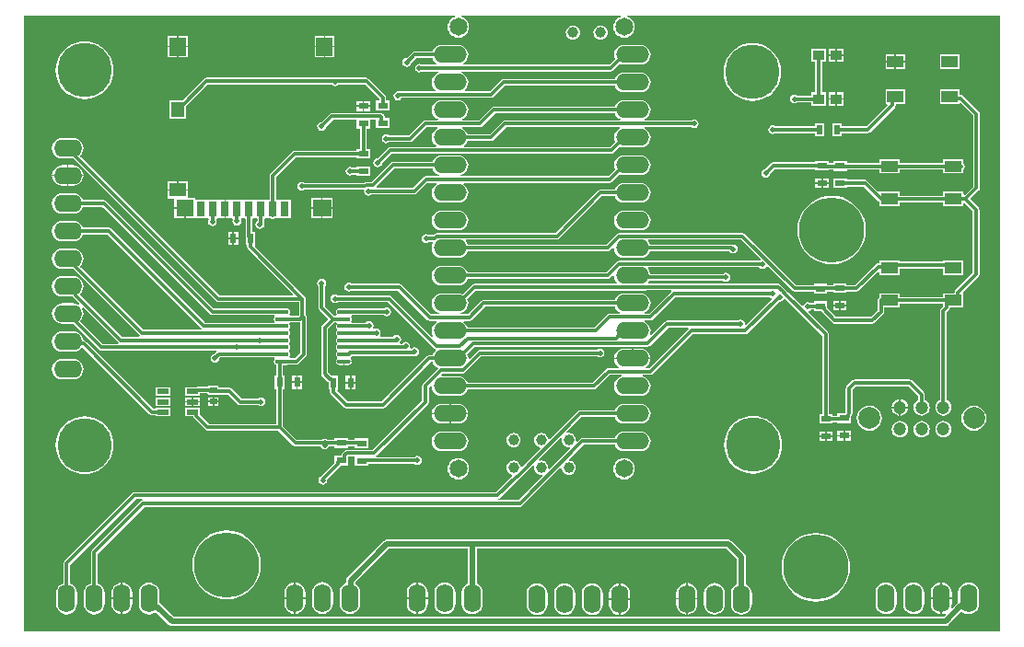
<source format=gtl>
G04*
G04 #@! TF.GenerationSoftware,Altium Limited,Altium Designer,21.0.9 (235)*
G04*
G04 Layer_Physical_Order=1*
G04 Layer_Color=255*
%FSLAX44Y44*%
%MOMM*%
G71*
G04*
G04 #@! TF.SameCoordinates,2588B0E2-F362-4AB3-B6B3-F61507E4C0EF*
G04*
G04*
G04 #@! TF.FilePolarity,Positive*
G04*
G01*
G75*
%ADD16R,1.5500X1.0000*%
%ADD17R,1.0000X0.5000*%
%ADD18R,0.6400X0.5000*%
%ADD19R,0.9500X0.6000*%
%ADD20R,0.6000X0.9500*%
%ADD21R,1.5000X1.3000*%
%ADD22R,1.5000X1.7000*%
%ADD23R,1.2000X1.4000*%
%ADD24R,1.7000X1.5000*%
%ADD25R,1.6000X1.5000*%
%ADD26R,0.8000X1.4000*%
%ADD27R,1.0000X0.9000*%
%ADD28R,1.5000X1.0000*%
%ADD29O,1.2000X0.4000*%
%ADD51C,6.0000*%
%ADD52C,0.3000*%
%ADD53C,0.5000*%
%ADD54C,2.0000*%
%ADD55C,1.2000*%
%ADD56C,1.0000*%
%ADD57C,1.6510*%
%ADD58O,3.0480X1.5240*%
%ADD59O,2.6000X1.6000*%
%ADD60O,1.6000X2.6000*%
%ADD61C,0.5000*%
%ADD62C,5.0000*%
G36*
X397750Y568442D02*
X397953Y567204D01*
X395580Y566221D01*
X393543Y564657D01*
X391979Y562620D01*
X390996Y560247D01*
X390661Y557700D01*
X390996Y555154D01*
X391979Y552780D01*
X393543Y550743D01*
X395580Y549179D01*
X397953Y548196D01*
X400500Y547861D01*
X403047Y548196D01*
X405420Y549179D01*
X407457Y550743D01*
X409021Y552780D01*
X410004Y555154D01*
X410339Y557700D01*
X410004Y560247D01*
X409021Y562620D01*
X407457Y564657D01*
X405420Y566221D01*
X403047Y567204D01*
X403250Y568442D01*
X550150Y568441D01*
X550353Y567204D01*
X547980Y566221D01*
X545943Y564657D01*
X544379Y562620D01*
X543396Y560247D01*
X543061Y557700D01*
X543396Y555154D01*
X544379Y552780D01*
X545943Y550743D01*
X547980Y549179D01*
X550354Y548196D01*
X552900Y547861D01*
X555447Y548196D01*
X557820Y549179D01*
X559857Y550743D01*
X561421Y552780D01*
X562404Y555154D01*
X562739Y557700D01*
X562404Y560247D01*
X561421Y562620D01*
X559857Y564657D01*
X557820Y566221D01*
X555447Y567204D01*
X555650Y568441D01*
X898441Y568441D01*
X898441Y1558D01*
X1558Y1558D01*
X1558Y568442D01*
X397750Y568442D01*
D02*
G37*
%LPC*%
G36*
X531310Y559176D02*
X529613Y558953D01*
X528032Y558298D01*
X526674Y557256D01*
X525632Y555898D01*
X524977Y554317D01*
X524754Y552620D01*
X524977Y550923D01*
X525632Y549342D01*
X526674Y547984D01*
X528032Y546942D01*
X529613Y546287D01*
X531310Y546064D01*
X533007Y546287D01*
X534588Y546942D01*
X535946Y547984D01*
X536988Y549342D01*
X537643Y550923D01*
X537866Y552620D01*
X537643Y554317D01*
X536988Y555898D01*
X535946Y557256D01*
X534588Y558298D01*
X533007Y558953D01*
X531310Y559176D01*
D02*
G37*
G36*
X505910D02*
X504213Y558953D01*
X502632Y558298D01*
X501274Y557256D01*
X500232Y555898D01*
X499577Y554317D01*
X499354Y552620D01*
X499577Y550923D01*
X500232Y549342D01*
X501274Y547984D01*
X502632Y546942D01*
X504213Y546287D01*
X505910Y546064D01*
X507607Y546287D01*
X509188Y546942D01*
X510546Y547984D01*
X511588Y549342D01*
X512243Y550923D01*
X512466Y552620D01*
X512243Y554317D01*
X511588Y555898D01*
X510546Y557256D01*
X509188Y558298D01*
X507607Y558953D01*
X505910Y559176D01*
D02*
G37*
G36*
X286546Y549802D02*
X278296D01*
Y540552D01*
X286546D01*
Y549802D01*
D02*
G37*
G36*
X276796D02*
X268546D01*
Y540552D01*
X276796D01*
Y549802D01*
D02*
G37*
G36*
X151546D02*
X143296D01*
Y540552D01*
X151546D01*
Y549802D01*
D02*
G37*
G36*
X141796D02*
X133546D01*
Y540552D01*
X141796D01*
Y549802D01*
D02*
G37*
G36*
X754394Y537500D02*
X748644D01*
Y532250D01*
X754394D01*
Y537500D01*
D02*
G37*
G36*
X747144D02*
X741394D01*
Y532250D01*
X747144D01*
Y537500D01*
D02*
G37*
G36*
X286546Y539052D02*
X278296D01*
Y529802D01*
X286546D01*
Y539052D01*
D02*
G37*
G36*
X276796D02*
X268546D01*
Y529802D01*
X276796D01*
Y539052D01*
D02*
G37*
G36*
X151546D02*
X143296D01*
Y529802D01*
X151546D01*
Y539052D01*
D02*
G37*
G36*
X141796D02*
X133546D01*
Y529802D01*
X141796D01*
Y539052D01*
D02*
G37*
G36*
X811250Y532250D02*
X803000D01*
Y526500D01*
X811250D01*
Y532250D01*
D02*
G37*
G36*
X801500D02*
X793250D01*
Y526500D01*
X801500D01*
Y532250D01*
D02*
G37*
G36*
X754394Y530750D02*
X748644D01*
Y525500D01*
X754394D01*
Y530750D01*
D02*
G37*
G36*
X747144D02*
X741394D01*
Y525500D01*
X747144D01*
Y530750D01*
D02*
G37*
G36*
X568140Y541499D02*
X552900D01*
X550519Y541185D01*
X548301Y540266D01*
X546396Y538805D01*
X544934Y536899D01*
X544015Y534681D01*
X543701Y532300D01*
X544015Y529919D01*
X544653Y528379D01*
X539271Y522997D01*
X405190D01*
X404938Y524267D01*
X405099Y524334D01*
X407005Y525796D01*
X408466Y527701D01*
X409385Y529919D01*
X409699Y532300D01*
X409385Y534681D01*
X408466Y536899D01*
X407005Y538805D01*
X405099Y540266D01*
X402881Y541185D01*
X400500Y541499D01*
X385260D01*
X382879Y541185D01*
X380661Y540266D01*
X378756Y538805D01*
X377294Y536899D01*
X376656Y535359D01*
X360460D01*
X360460Y535359D01*
X359289Y535126D01*
X358297Y534463D01*
X352960Y529126D01*
X351708Y528877D01*
X350385Y527993D01*
X349501Y526670D01*
X349190Y525109D01*
X349501Y523548D01*
X350385Y522225D01*
X351708Y521341D01*
X353269Y521031D01*
X354829Y521341D01*
X356152Y522225D01*
X357036Y523548D01*
X357285Y524800D01*
X361727Y529241D01*
X376656D01*
X377294Y527701D01*
X378756Y525796D01*
X380661Y524334D01*
X380822Y524267D01*
X380570Y522997D01*
X367366D01*
X366305Y523706D01*
X364744Y524016D01*
X363183Y523706D01*
X361860Y522822D01*
X360976Y521499D01*
X360666Y519938D01*
X360976Y518377D01*
X361860Y517054D01*
X363183Y516170D01*
X364744Y515860D01*
X366305Y516170D01*
X367366Y516879D01*
X382202D01*
X382454Y515609D01*
X380661Y514866D01*
X378756Y513405D01*
X377294Y511499D01*
X376375Y509281D01*
X376061Y506900D01*
X376375Y504519D01*
X377294Y502301D01*
X378756Y500396D01*
X379320Y499963D01*
X378889Y498693D01*
X348683D01*
X348210Y498787D01*
X348210Y498787D01*
X346376D01*
X345205Y498554D01*
X344913Y498359D01*
X343371Y498052D01*
X342048Y497168D01*
X341164Y495845D01*
X340854Y494284D01*
X341164Y492723D01*
X342048Y491400D01*
X343371Y490516D01*
X344932Y490206D01*
X346493Y490516D01*
X347816Y491400D01*
X348601Y492575D01*
X430600D01*
X430600Y492575D01*
X431771Y492808D01*
X432763Y493471D01*
X443133Y503841D01*
X544296D01*
X544934Y502301D01*
X546396Y500396D01*
X548301Y498934D01*
X550519Y498015D01*
X552900Y497701D01*
X568140D01*
X570521Y498015D01*
X572739Y498934D01*
X574645Y500396D01*
X576106Y502301D01*
X577025Y504519D01*
X577339Y506900D01*
X577025Y509281D01*
X576106Y511499D01*
X574645Y513405D01*
X572739Y514866D01*
X570521Y515785D01*
X568140Y516099D01*
X552900D01*
X550519Y515785D01*
X548301Y514866D01*
X546396Y513405D01*
X544934Y511499D01*
X544296Y509959D01*
X441866D01*
X441866Y509959D01*
X440695Y509726D01*
X439703Y509063D01*
X429333Y498693D01*
X406872D01*
X406441Y499963D01*
X407005Y500396D01*
X408466Y502301D01*
X409385Y504519D01*
X409699Y506900D01*
X409385Y509281D01*
X408466Y511499D01*
X407005Y513405D01*
X405099Y514866D01*
X403306Y515609D01*
X403559Y516879D01*
X540538D01*
X540538Y516879D01*
X541708Y517112D01*
X542701Y517775D01*
X548979Y524053D01*
X550519Y523415D01*
X552900Y523101D01*
X568140D01*
X570521Y523415D01*
X572739Y524334D01*
X574645Y525796D01*
X576106Y527701D01*
X577025Y529919D01*
X577339Y532300D01*
X577025Y534681D01*
X576106Y536899D01*
X574645Y538805D01*
X572739Y540266D01*
X570521Y541185D01*
X568140Y541499D01*
D02*
G37*
G36*
X861250Y532250D02*
X843250D01*
Y519250D01*
X861250D01*
Y532250D01*
D02*
G37*
G36*
X811250Y525000D02*
X803000D01*
Y519250D01*
X811250D01*
Y525000D01*
D02*
G37*
G36*
X801500D02*
X793250D01*
Y519250D01*
X801500D01*
Y525000D01*
D02*
G37*
G36*
X287528Y511570D02*
X285967Y511260D01*
X285692Y511076D01*
X168761D01*
X168761Y511076D01*
X167591Y510843D01*
X166598Y510180D01*
X166598Y510180D01*
X146720Y490302D01*
X135046D01*
Y473302D01*
X150046D01*
Y485030D01*
X150209Y485139D01*
X170028Y504958D01*
X284410D01*
X284644Y504608D01*
X285967Y503724D01*
X287528Y503414D01*
X289089Y503724D01*
X290412Y504608D01*
X290646Y504958D01*
X314692D01*
X327903Y491747D01*
Y490020D01*
X324712D01*
Y481020D01*
X337212D01*
Y490020D01*
X334021D01*
Y493014D01*
X334021Y493014D01*
X333788Y494184D01*
X333125Y495177D01*
X318122Y510180D01*
X317129Y510843D01*
X315959Y511076D01*
X315959Y511076D01*
X289364D01*
X289089Y511260D01*
X287528Y511570D01*
D02*
G37*
G36*
X738394Y537500D02*
X725394D01*
Y525500D01*
X728835D01*
Y497500D01*
X725394D01*
Y494559D01*
X712122D01*
X711061Y495268D01*
X709500Y495578D01*
X707939Y495268D01*
X706616Y494384D01*
X705732Y493061D01*
X705422Y491500D01*
X705732Y489939D01*
X706616Y488616D01*
X707939Y487732D01*
X709500Y487422D01*
X711061Y487732D01*
X712122Y488441D01*
X725394D01*
Y485500D01*
X738394D01*
Y497500D01*
X734952D01*
Y525500D01*
X738394D01*
Y537500D01*
D02*
G37*
G36*
X754394Y497500D02*
X748644D01*
Y492250D01*
X754394D01*
Y497500D01*
D02*
G37*
G36*
X747144D02*
X741394D01*
Y492250D01*
X747144D01*
Y497500D01*
D02*
G37*
G36*
X56902Y544460D02*
X52744Y544133D01*
X48688Y543159D01*
X44834Y541563D01*
X41277Y539383D01*
X38106Y536674D01*
X35397Y533503D01*
X33217Y529946D01*
X31621Y526092D01*
X30647Y522036D01*
X30320Y517878D01*
X30647Y513720D01*
X31621Y509664D01*
X33217Y505810D01*
X35397Y502253D01*
X38106Y499082D01*
X41277Y496373D01*
X44834Y494193D01*
X48688Y492597D01*
X52744Y491623D01*
X56902Y491296D01*
X61060Y491623D01*
X65116Y492597D01*
X68970Y494193D01*
X72526Y496373D01*
X75698Y499082D01*
X78407Y502253D01*
X80587Y505810D01*
X82183Y509664D01*
X83157Y513720D01*
X83484Y517878D01*
X83157Y522036D01*
X82183Y526092D01*
X80587Y529946D01*
X78407Y533503D01*
X75698Y536674D01*
X72526Y539383D01*
X68970Y541563D01*
X65116Y543159D01*
X61060Y544133D01*
X56902Y544460D01*
D02*
G37*
G36*
X670902Y542860D02*
X666744Y542533D01*
X662688Y541559D01*
X658834Y539963D01*
X655277Y537783D01*
X652106Y535074D01*
X649397Y531903D01*
X647217Y528346D01*
X645621Y524492D01*
X644647Y520436D01*
X644320Y516278D01*
X644647Y512120D01*
X645621Y508064D01*
X647217Y504210D01*
X649397Y500653D01*
X652106Y497482D01*
X655277Y494773D01*
X658834Y492593D01*
X662688Y490997D01*
X666744Y490023D01*
X670902Y489696D01*
X675060Y490023D01*
X679116Y490997D01*
X682970Y492593D01*
X686526Y494773D01*
X689698Y497482D01*
X692407Y500653D01*
X694587Y504210D01*
X696183Y508064D01*
X697157Y512120D01*
X697484Y516278D01*
X697157Y520436D01*
X696183Y524492D01*
X694587Y528346D01*
X692407Y531903D01*
X689698Y535074D01*
X686526Y537783D01*
X682970Y539963D01*
X679116Y541559D01*
X675060Y542533D01*
X670902Y542860D01*
D02*
G37*
G36*
X319407Y489418D02*
X313907D01*
Y485668D01*
X319407D01*
Y489418D01*
D02*
G37*
G36*
X312407D02*
X306907D01*
Y485668D01*
X312407D01*
Y489418D01*
D02*
G37*
G36*
X754394Y490750D02*
X748644D01*
Y485500D01*
X754394D01*
Y490750D01*
D02*
G37*
G36*
X747144D02*
X741394D01*
Y485500D01*
X747144D01*
Y490750D01*
D02*
G37*
G36*
X568140Y490699D02*
X552900D01*
X550519Y490385D01*
X548301Y489466D01*
X546396Y488004D01*
X544934Y486099D01*
X544296Y484559D01*
X433119D01*
X433119Y484559D01*
X431948Y484326D01*
X430956Y483663D01*
X430956Y483663D01*
X419102Y471809D01*
X404254D01*
X404001Y473079D01*
X405099Y473534D01*
X407005Y474996D01*
X408466Y476901D01*
X409385Y479119D01*
X409699Y481500D01*
X409385Y483881D01*
X408466Y486099D01*
X407005Y488004D01*
X405099Y489466D01*
X402881Y490385D01*
X400500Y490699D01*
X385260D01*
X382879Y490385D01*
X380661Y489466D01*
X378756Y488004D01*
X377294Y486099D01*
X376375Y483881D01*
X376061Y481500D01*
X376375Y479119D01*
X377294Y476901D01*
X378756Y474996D01*
X380661Y473534D01*
X381759Y473079D01*
X381506Y471809D01*
X369980D01*
X368810Y471576D01*
X367817Y470913D01*
X354877Y457973D01*
X336886D01*
X335825Y458682D01*
X334264Y458992D01*
X332703Y458682D01*
X331380Y457798D01*
X330496Y456475D01*
X330186Y454914D01*
X330496Y453353D01*
X331380Y452030D01*
X332703Y451146D01*
X334264Y450836D01*
X335825Y451146D01*
X336886Y451855D01*
X356144D01*
X356144Y451855D01*
X357315Y452088D01*
X358307Y452751D01*
X371247Y465691D01*
X381265D01*
X381517Y464421D01*
X380661Y464066D01*
X378756Y462604D01*
X377294Y460699D01*
X376375Y458481D01*
X376061Y456100D01*
X376375Y453719D01*
X377294Y451501D01*
X378756Y449596D01*
X380086Y448575D01*
X379655Y447305D01*
X337820D01*
X336650Y447072D01*
X335657Y446409D01*
X326081Y436833D01*
X324829Y436584D01*
X323506Y435700D01*
X322622Y434377D01*
X322312Y432816D01*
X322622Y431255D01*
X323506Y429932D01*
X324829Y429048D01*
X326390Y428738D01*
X327951Y429048D01*
X329274Y429932D01*
X330158Y431255D01*
X330407Y432507D01*
X339087Y441187D01*
X541046D01*
X541046Y441187D01*
X542216Y441420D01*
X543209Y442083D01*
X548979Y447853D01*
X550519Y447215D01*
X552900Y446901D01*
X568140D01*
X570521Y447215D01*
X572739Y448134D01*
X574645Y449596D01*
X576106Y451501D01*
X577025Y453719D01*
X577339Y456100D01*
X577025Y458481D01*
X576106Y460699D01*
X574645Y462604D01*
X572739Y464066D01*
X571883Y464421D01*
X572135Y465691D01*
X614878D01*
X615939Y464982D01*
X617500Y464672D01*
X619061Y464982D01*
X620384Y465866D01*
X621268Y467189D01*
X621578Y468750D01*
X621268Y470311D01*
X620384Y471634D01*
X619061Y472518D01*
X617500Y472828D01*
X615939Y472518D01*
X614878Y471809D01*
X571894D01*
X571641Y473079D01*
X572739Y473534D01*
X574645Y474996D01*
X576106Y476901D01*
X577025Y479119D01*
X577339Y481500D01*
X577025Y483881D01*
X576106Y486099D01*
X574645Y488004D01*
X572739Y489466D01*
X570521Y490385D01*
X568140Y490699D01*
D02*
G37*
G36*
X319407Y484168D02*
X313907D01*
Y480418D01*
X319407D01*
Y484168D01*
D02*
G37*
G36*
X312407D02*
X306907D01*
Y480418D01*
X312407D01*
Y484168D01*
D02*
G37*
G36*
X329205Y478801D02*
X329204Y478801D01*
X284226D01*
X284226Y478801D01*
X283055Y478568D01*
X282063Y477905D01*
X274519Y470361D01*
X273267Y470112D01*
X271944Y469228D01*
X271060Y467905D01*
X270750Y466344D01*
X271060Y464783D01*
X271944Y463460D01*
X273267Y462576D01*
X274828Y462266D01*
X276389Y462576D01*
X277712Y463460D01*
X278596Y464783D01*
X278845Y466035D01*
X285493Y472683D01*
X306907D01*
Y464418D01*
X310099D01*
Y445566D01*
X306907D01*
Y444125D01*
X249834D01*
X249834Y444125D01*
X248664Y443892D01*
X247671Y443229D01*
X227883Y423441D01*
X227220Y422449D01*
X226987Y421278D01*
X226987Y421278D01*
Y399700D01*
X226089Y398802D01*
X224546Y398802D01*
X223276Y398802D01*
X214816D01*
X213546Y398802D01*
X212276Y398802D01*
X203816D01*
X202546Y398802D01*
X201276Y398802D01*
X186796D01*
Y390302D01*
Y381802D01*
X192352D01*
X193032Y380532D01*
X192772Y379222D01*
X193082Y377661D01*
X193966Y376338D01*
X195289Y375454D01*
X196850Y375144D01*
X198411Y375454D01*
X199734Y376338D01*
X200618Y377661D01*
X200928Y379222D01*
X200668Y380532D01*
X201348Y381802D01*
X202546Y381802D01*
X204089Y381802D01*
X204987Y380904D01*
Y364714D01*
X204987Y364714D01*
X205009Y364601D01*
Y357000D01*
X206451D01*
Y355577D01*
X206451Y355577D01*
X206684Y354407D01*
X207347Y353414D01*
X248688Y312073D01*
X248202Y310899D01*
X181106D01*
X53136Y438870D01*
X53177Y439503D01*
X54700Y441487D01*
X55658Y443798D01*
X55984Y446278D01*
X55658Y448758D01*
X54700Y451069D01*
X53177Y453053D01*
X51193Y454576D01*
X48882Y455533D01*
X46402Y455860D01*
X36402D01*
X33922Y455533D01*
X31611Y454576D01*
X29627Y453053D01*
X28104Y451069D01*
X27146Y448758D01*
X26820Y446278D01*
X27146Y443798D01*
X28104Y441487D01*
X29627Y439502D01*
X31611Y437980D01*
X33922Y437023D01*
X36402Y436696D01*
X46402D01*
X46658Y436730D01*
X46726Y436628D01*
X177677Y305678D01*
X177677Y305678D01*
X178669Y305015D01*
X179839Y304782D01*
X254187D01*
Y292873D01*
X253589Y292275D01*
X245670D01*
X245560Y292401D01*
X245107Y293545D01*
X245646Y294350D01*
X245917Y295716D01*
X245646Y297082D01*
X244872Y298239D01*
X243714Y299013D01*
X242348Y299285D01*
X234349D01*
X232983Y299013D01*
X232626Y298775D01*
X175705D01*
X76839Y397641D01*
X75847Y398304D01*
X74676Y398537D01*
X74676Y398537D01*
X55418D01*
X54700Y400269D01*
X53177Y402253D01*
X51193Y403776D01*
X48882Y404734D01*
X46402Y405060D01*
X36402D01*
X33922Y404734D01*
X31611Y403776D01*
X29627Y402253D01*
X28104Y400269D01*
X27146Y397958D01*
X26820Y395478D01*
X27146Y392998D01*
X28104Y390687D01*
X29627Y388703D01*
X31611Y387180D01*
X33922Y386222D01*
X36402Y385896D01*
X46402D01*
X48882Y386222D01*
X51193Y387180D01*
X53177Y388703D01*
X54700Y390687D01*
X55418Y392419D01*
X73409D01*
X172275Y293553D01*
X172275Y293553D01*
X173267Y292890D01*
X174438Y292657D01*
X174438Y292657D01*
X231027D01*
X231137Y292531D01*
X231590Y291387D01*
X231052Y290582D01*
X230780Y289216D01*
X231052Y287850D01*
X231590Y287045D01*
X231137Y285901D01*
X231027Y285775D01*
X167877D01*
X81411Y372241D01*
X80419Y372904D01*
X79248Y373137D01*
X79248Y373137D01*
X55418D01*
X54700Y374869D01*
X53177Y376853D01*
X51193Y378376D01*
X48882Y379333D01*
X46402Y379660D01*
X36402D01*
X33922Y379333D01*
X31611Y378376D01*
X29627Y376853D01*
X28104Y374869D01*
X27146Y372558D01*
X26820Y370078D01*
X27146Y367598D01*
X28104Y365287D01*
X29627Y363303D01*
X31611Y361780D01*
X33922Y360822D01*
X36402Y360496D01*
X46402D01*
X48882Y360822D01*
X51193Y361780D01*
X53177Y363303D01*
X54700Y365287D01*
X55418Y367019D01*
X77981D01*
X164447Y280553D01*
X164460Y280545D01*
X164074Y279275D01*
X111131D01*
X53136Y337270D01*
X53177Y337903D01*
X54700Y339887D01*
X55658Y342198D01*
X55984Y344678D01*
X55658Y347158D01*
X54700Y349469D01*
X53177Y351453D01*
X51193Y352976D01*
X48882Y353933D01*
X46402Y354260D01*
X36402D01*
X33922Y353933D01*
X31611Y352976D01*
X29627Y351453D01*
X28104Y349469D01*
X27146Y347158D01*
X26820Y344678D01*
X27146Y342198D01*
X28104Y339887D01*
X29627Y337903D01*
X31611Y336380D01*
X33922Y335423D01*
X36402Y335096D01*
X46402D01*
X46658Y335130D01*
X46726Y335028D01*
X107701Y274053D01*
X107701Y274053D01*
X107714Y274045D01*
X107328Y272775D01*
X91469D01*
X53046Y311198D01*
X53129Y312465D01*
X53177Y312502D01*
X54700Y314487D01*
X55658Y316798D01*
X55984Y319278D01*
X55658Y321758D01*
X54700Y324069D01*
X53177Y326053D01*
X51193Y327576D01*
X48882Y328534D01*
X46402Y328860D01*
X36402D01*
X33922Y328534D01*
X31611Y327576D01*
X29627Y326053D01*
X28104Y324069D01*
X27146Y321758D01*
X26820Y319278D01*
X27146Y316798D01*
X28104Y314487D01*
X29627Y312502D01*
X31611Y310980D01*
X33922Y310023D01*
X36402Y309696D01*
X46172D01*
X46726Y308866D01*
X52148Y303444D01*
X51309Y302487D01*
X51193Y302576D01*
X48882Y303533D01*
X46402Y303860D01*
X36402D01*
X33922Y303533D01*
X31611Y302576D01*
X29627Y301053D01*
X28104Y299069D01*
X27146Y296758D01*
X26820Y294278D01*
X27146Y291798D01*
X28104Y289487D01*
X29627Y287502D01*
X31611Y285980D01*
X33922Y285023D01*
X36402Y284696D01*
X46402D01*
X46658Y284730D01*
X46726Y284628D01*
X70301Y261053D01*
X70301Y261053D01*
X71294Y260390D01*
X72464Y260157D01*
X178044D01*
X178429Y258887D01*
X178417Y258879D01*
X178417Y258879D01*
X176455Y256917D01*
X175203Y256668D01*
X173880Y255784D01*
X172996Y254461D01*
X172685Y252900D01*
X172996Y251339D01*
X173880Y250016D01*
X175203Y249132D01*
X176764Y248822D01*
X178325Y249132D01*
X179648Y250016D01*
X180532Y251339D01*
X180781Y252591D01*
X181847Y253657D01*
X231027D01*
X231137Y253531D01*
X231590Y252387D01*
X231052Y251582D01*
X230780Y250216D01*
X231052Y248850D01*
X231825Y247693D01*
X232983Y246919D01*
X233184Y246879D01*
Y237306D01*
X231742D01*
Y224806D01*
X233184D01*
Y192665D01*
X171207D01*
X162605Y201267D01*
Y202500D01*
X162605Y202500D01*
X162546Y202796D01*
Y207500D01*
X149546D01*
Y199500D01*
X156587D01*
X156720Y198829D01*
X157383Y197837D01*
X167777Y187443D01*
X168769Y186780D01*
X169940Y186547D01*
X234975D01*
X248686Y172837D01*
X249678Y172174D01*
X250849Y171941D01*
X250849Y171941D01*
X273790D01*
X273854Y171617D01*
X274738Y170294D01*
X276061Y169410D01*
X277622Y169100D01*
X279183Y169410D01*
X280506Y170294D01*
X281390Y171617D01*
X281454Y171941D01*
X286750D01*
Y170500D01*
X299250D01*
Y171941D01*
X305250D01*
Y170250D01*
X317750D01*
Y179250D01*
X305250D01*
Y178059D01*
X299250D01*
Y179500D01*
X286750D01*
Y178059D01*
X280244D01*
X279183Y178768D01*
X277622Y179078D01*
X276061Y178768D01*
X275000Y178059D01*
X252115D01*
X239301Y190873D01*
Y224806D01*
X240742D01*
Y237306D01*
X239301D01*
Y246647D01*
X242348D01*
X243714Y246919D01*
X244071Y247157D01*
X251848D01*
X251849Y247157D01*
X253019Y247390D01*
X254011Y248053D01*
X260511Y254553D01*
X260511Y254553D01*
X261175Y255546D01*
X261407Y256716D01*
X261407Y256716D01*
Y290503D01*
X261175Y291674D01*
X260511Y292666D01*
X260511Y292666D01*
X260305Y292873D01*
Y307840D01*
X260305Y307841D01*
X260072Y309011D01*
X259409Y310003D01*
X213682Y355730D01*
X214010Y357000D01*
X214009D01*
Y369500D01*
X211105D01*
Y380904D01*
X212003Y381802D01*
X213546Y381802D01*
X215089Y381802D01*
X215987Y380904D01*
Y379646D01*
X215107Y379058D01*
X214223Y377735D01*
X213912Y376174D01*
X214223Y374613D01*
X215107Y373290D01*
X216430Y372406D01*
X217990Y372096D01*
X219551Y372406D01*
X220874Y373290D01*
X221758Y374613D01*
X222069Y376174D01*
X221982Y376612D01*
X222105Y377230D01*
X222105Y377230D01*
Y380904D01*
X223003Y381802D01*
X224546Y381802D01*
X225816Y381802D01*
X228388D01*
X228876Y381476D01*
X230046Y381243D01*
X231217Y381476D01*
X231704Y381802D01*
X235546Y381802D01*
X236816Y381802D01*
X246546D01*
Y398802D01*
X236816D01*
X235546Y398802D01*
X234003Y398802D01*
X233105Y399700D01*
Y420011D01*
X251101Y438007D01*
X306907D01*
Y436566D01*
X319407D01*
Y445566D01*
X316216D01*
Y464418D01*
X319407D01*
Y472683D01*
X324712D01*
Y465020D01*
X337212D01*
Y474020D01*
X332743D01*
Y475262D01*
X332743Y475263D01*
X332510Y476433D01*
X331847Y477425D01*
X331367Y477905D01*
X330375Y478568D01*
X329205Y478801D01*
D02*
G37*
G36*
X811250Y500250D02*
X793250D01*
Y487250D01*
X794765D01*
X795251Y486077D01*
X775483Y466309D01*
X753250D01*
Y469500D01*
X744250D01*
Y457000D01*
X753250D01*
Y460191D01*
X776750D01*
X776750Y460191D01*
X777921Y460424D01*
X778913Y461087D01*
X801670Y483844D01*
X801670Y483844D01*
X802333Y484837D01*
X802566Y486007D01*
X802566Y486007D01*
Y487250D01*
X811250D01*
Y500250D01*
D02*
G37*
G36*
X737250Y469500D02*
X728250D01*
Y466309D01*
X692122D01*
X691061Y467018D01*
X689500Y467328D01*
X687939Y467018D01*
X686616Y466134D01*
X685732Y464811D01*
X685422Y463250D01*
X685732Y461689D01*
X686616Y460366D01*
X687939Y459482D01*
X689500Y459172D01*
X691061Y459482D01*
X692122Y460191D01*
X728250D01*
Y457000D01*
X737250D01*
Y469500D01*
D02*
G37*
G36*
X864908Y436060D02*
X846408D01*
Y432619D01*
X805908D01*
Y436060D01*
X787408D01*
Y432619D01*
X757740D01*
Y434517D01*
X745240D01*
Y432619D01*
X741144D01*
Y434700D01*
X728644D01*
Y433259D01*
X690200D01*
X690200Y433259D01*
X689029Y433026D01*
X688037Y432363D01*
X682941Y427267D01*
X681689Y427018D01*
X680366Y426134D01*
X679482Y424811D01*
X679172Y423250D01*
X679482Y421689D01*
X680366Y420366D01*
X681689Y419482D01*
X683250Y419172D01*
X684811Y419482D01*
X686134Y420366D01*
X687018Y421689D01*
X687267Y422941D01*
X691467Y427141D01*
X728644D01*
Y425700D01*
X741144D01*
Y426501D01*
X745240D01*
Y425517D01*
X757740D01*
Y426501D01*
X787408D01*
Y423060D01*
X805908D01*
Y426501D01*
X846408D01*
Y423060D01*
X864908D01*
Y427121D01*
X865321Y427397D01*
X865984Y428390D01*
X866217Y429560D01*
X865984Y430731D01*
X865321Y431723D01*
X864908Y431999D01*
Y436060D01*
D02*
G37*
G36*
X319407Y429566D02*
X306907D01*
Y428125D01*
X303741D01*
X302680Y428834D01*
X301119Y429144D01*
X299558Y428834D01*
X298235Y427950D01*
X297351Y426627D01*
X297041Y425066D01*
X297351Y423505D01*
X298235Y422182D01*
X299558Y421298D01*
X301119Y420988D01*
X302680Y421298D01*
X303741Y422007D01*
X306907D01*
Y420566D01*
X319407D01*
Y429566D01*
D02*
G37*
G36*
X46402Y430860D02*
X42152D01*
Y422028D01*
X55885D01*
X55658Y423758D01*
X54700Y426069D01*
X53177Y428053D01*
X51193Y429576D01*
X48882Y430533D01*
X46402Y430860D01*
D02*
G37*
G36*
X40652D02*
X36402D01*
X33922Y430533D01*
X31611Y429576D01*
X29627Y428053D01*
X28104Y426069D01*
X27146Y423758D01*
X26919Y422028D01*
X40652D01*
Y430860D01*
D02*
G37*
G36*
X568140Y439899D02*
X552900D01*
X550519Y439585D01*
X548301Y438666D01*
X546396Y437205D01*
X544934Y435299D01*
X544015Y433081D01*
X543701Y430700D01*
X544015Y428319D01*
X544653Y426779D01*
X538485Y420611D01*
X403142D01*
X402881Y421815D01*
X405099Y422734D01*
X407005Y424196D01*
X408466Y426101D01*
X409385Y428319D01*
X409699Y430700D01*
X409385Y433081D01*
X408466Y435299D01*
X407005Y437205D01*
X405099Y438666D01*
X402881Y439585D01*
X400500Y439899D01*
X385260D01*
X382879Y439585D01*
X380661Y438666D01*
X378756Y437205D01*
X377294Y435299D01*
X376656Y433759D01*
X340530D01*
X340530Y433759D01*
X339360Y433526D01*
X338367Y432863D01*
X338367Y432863D01*
X320717Y415213D01*
X315730D01*
X314559Y414980D01*
X313567Y414317D01*
X313567Y414317D01*
X313535Y414285D01*
X259162D01*
X258101Y414994D01*
X256540Y415304D01*
X254979Y414994D01*
X253656Y414110D01*
X252772Y412787D01*
X252462Y411226D01*
X252772Y409665D01*
X253656Y408342D01*
X254979Y407458D01*
X256540Y407148D01*
X258101Y407458D01*
X259162Y408167D01*
X313230D01*
X314035Y407186D01*
X313930Y406654D01*
X314240Y405093D01*
X315124Y403770D01*
X316447Y402886D01*
X318008Y402576D01*
X319569Y402886D01*
X320630Y403595D01*
X360040D01*
X360040Y403595D01*
X361211Y403828D01*
X362203Y404491D01*
X372205Y414493D01*
X380160D01*
X380615Y413352D01*
X380605Y413223D01*
X378756Y411805D01*
X377294Y409899D01*
X376375Y407681D01*
X376061Y405300D01*
X376375Y402919D01*
X377294Y400701D01*
X378756Y398796D01*
X380661Y397334D01*
X382879Y396415D01*
X385260Y396101D01*
X400500D01*
X402881Y396415D01*
X405099Y397334D01*
X407005Y398796D01*
X408466Y400701D01*
X409385Y402919D01*
X409699Y405300D01*
X409385Y407681D01*
X408466Y409899D01*
X407005Y411805D01*
X405155Y413223D01*
X405145Y413352D01*
X405600Y414493D01*
X539752D01*
X539752Y414493D01*
X540923Y414726D01*
X541915Y415389D01*
X548979Y422453D01*
X550519Y421815D01*
X552900Y421501D01*
X568140D01*
X570521Y421815D01*
X572739Y422734D01*
X574645Y424196D01*
X576106Y426101D01*
X577025Y428319D01*
X577339Y430700D01*
X577025Y433081D01*
X576106Y435299D01*
X574645Y437205D01*
X572739Y438666D01*
X570521Y439585D01*
X568140Y439899D01*
D02*
G37*
G36*
X741144Y418700D02*
X735644D01*
Y414950D01*
X741144D01*
Y418700D01*
D02*
G37*
G36*
X734144D02*
X728644D01*
Y414950D01*
X734144D01*
Y418700D01*
D02*
G37*
G36*
X55885Y420528D02*
X42152D01*
Y411696D01*
X46402D01*
X48882Y412023D01*
X51193Y412980D01*
X53177Y414502D01*
X54700Y416487D01*
X55658Y418798D01*
X55885Y420528D01*
D02*
G37*
G36*
X40652D02*
X26919D01*
X27146Y418798D01*
X28104Y416487D01*
X29627Y414502D01*
X31611Y412980D01*
X33922Y412023D01*
X36402Y411696D01*
X40652D01*
Y420528D01*
D02*
G37*
G36*
X741144Y413450D02*
X735644D01*
Y409700D01*
X741144D01*
Y413450D01*
D02*
G37*
G36*
X734144D02*
X728644D01*
Y409700D01*
X734144D01*
Y413450D01*
D02*
G37*
G36*
X151546Y415802D02*
X143296D01*
Y408552D01*
X151546D01*
Y415802D01*
D02*
G37*
G36*
X141796D02*
X133546D01*
Y408552D01*
X141796D01*
Y415802D01*
D02*
G37*
G36*
X861250Y500250D02*
X843250D01*
Y487250D01*
X861250D01*
Y487515D01*
X862423Y488001D01*
X873691Y476733D01*
Y410919D01*
X866178Y403406D01*
X864908Y403932D01*
Y406060D01*
X846408D01*
Y402619D01*
X805908D01*
Y406060D01*
X787408D01*
X787408Y406060D01*
Y406060D01*
X786394Y406650D01*
X776864Y416180D01*
X775872Y416843D01*
X774701Y417076D01*
X774701Y417076D01*
X757740D01*
Y418517D01*
X745240D01*
Y409517D01*
X757740D01*
Y410958D01*
X773434D01*
X786995Y397397D01*
X787408Y397121D01*
Y393060D01*
X805908D01*
Y396501D01*
X846408D01*
Y393060D01*
X864908D01*
Y395188D01*
X866178Y395714D01*
X873533Y388359D01*
Y331517D01*
X857495Y315479D01*
X856832Y314487D01*
X856599Y313316D01*
X855507Y312839D01*
X846408D01*
Y309398D01*
X805908D01*
Y312839D01*
X787408D01*
Y308778D01*
X786995Y308502D01*
X786332Y307510D01*
X786099Y306339D01*
Y297106D01*
X780052Y291059D01*
X747701D01*
X739793Y298967D01*
Y299450D01*
X739734Y299746D01*
Y305450D01*
X727234D01*
Y304009D01*
X723699D01*
X723311Y304268D01*
X721750Y304578D01*
X720189Y304268D01*
X718866Y303384D01*
X717982Y302061D01*
X717871Y301501D01*
X716493Y301083D01*
X703969Y313607D01*
X703913Y313691D01*
X703913Y313691D01*
X700691Y316913D01*
X700607Y316969D01*
X696663Y320913D01*
X695671Y321576D01*
X694500Y321809D01*
X694500Y321809D01*
X575628D01*
X575015Y323079D01*
X576061Y324441D01*
X643878D01*
X644939Y323732D01*
X646500Y323422D01*
X648061Y323732D01*
X649384Y324616D01*
X650268Y325939D01*
X650578Y327500D01*
X650268Y329061D01*
X649384Y330384D01*
X648061Y331268D01*
X646500Y331578D01*
X644939Y331268D01*
X643878Y330559D01*
X577147D01*
X577025Y331481D01*
X576106Y333699D01*
X574808Y335391D01*
X575161Y336661D01*
X676896D01*
X677102Y336352D01*
X678425Y335468D01*
X679986Y335158D01*
X681547Y335468D01*
X682870Y336352D01*
X683533Y337345D01*
X684958Y337716D01*
X707387Y315287D01*
X708379Y314624D01*
X709550Y314391D01*
X709550Y314391D01*
X727234D01*
Y312450D01*
X739734D01*
Y314391D01*
X744984D01*
Y312950D01*
X757484D01*
Y314391D01*
X766769D01*
X766769Y314391D01*
X767939Y314624D01*
X768932Y315287D01*
X786235Y332590D01*
X787408Y332104D01*
Y329839D01*
X805908D01*
Y335777D01*
X846408D01*
Y329839D01*
X864908D01*
Y342839D01*
X846408D01*
Y341895D01*
X805908D01*
Y342839D01*
X787408D01*
Y340398D01*
X786658D01*
X785487Y340165D01*
X784495Y339502D01*
X784495Y339502D01*
X765502Y320509D01*
X757484D01*
Y321950D01*
X744984D01*
Y320509D01*
X739734D01*
Y321450D01*
X727234D01*
Y320509D01*
X710817D01*
X664043Y367283D01*
X663051Y367946D01*
X661880Y368179D01*
X661880Y368179D01*
X548501D01*
X548501Y368179D01*
X547331Y367946D01*
X546338Y367283D01*
X536614Y357559D01*
X409104D01*
X408466Y359099D01*
X407168Y360791D01*
X407521Y362061D01*
X491130D01*
X491130Y362061D01*
X492300Y362294D01*
X493293Y362957D01*
X532577Y402241D01*
X544296D01*
X544934Y400701D01*
X546396Y398796D01*
X548301Y397334D01*
X550519Y396415D01*
X552900Y396101D01*
X568140D01*
X570521Y396415D01*
X572739Y397334D01*
X574645Y398796D01*
X576106Y400701D01*
X577025Y402919D01*
X577339Y405300D01*
X577025Y407681D01*
X576106Y409899D01*
X574645Y411805D01*
X572739Y413266D01*
X570521Y414185D01*
X568140Y414499D01*
X552900D01*
X550519Y414185D01*
X548301Y413266D01*
X546396Y411805D01*
X544934Y409899D01*
X544296Y408359D01*
X531310D01*
X530140Y408126D01*
X529147Y407463D01*
X529147Y407463D01*
X489863Y368179D01*
X380861D01*
X380861Y368179D01*
X379691Y367946D01*
X378698Y367283D01*
X378698Y367283D01*
X377724Y366309D01*
X373372D01*
X372311Y367018D01*
X370750Y367328D01*
X369189Y367018D01*
X367866Y366134D01*
X366982Y364811D01*
X366672Y363250D01*
X366982Y361689D01*
X367866Y360366D01*
X369189Y359482D01*
X370750Y359172D01*
X372311Y359482D01*
X373372Y360191D01*
X376726D01*
X377220Y358921D01*
X376375Y356881D01*
X376061Y354500D01*
X376375Y352119D01*
X377294Y349901D01*
X378756Y347996D01*
X380661Y346534D01*
X382879Y345615D01*
X385260Y345301D01*
X400500D01*
X402881Y345615D01*
X405099Y346534D01*
X407005Y347996D01*
X408466Y349901D01*
X409104Y351441D01*
X537881D01*
X537881Y351441D01*
X539052Y351674D01*
X540044Y352337D01*
X542589Y354882D01*
X543736Y354234D01*
X544015Y352119D01*
X544934Y349901D01*
X546396Y347996D01*
X548301Y346534D01*
X550519Y345615D01*
X552900Y345301D01*
X568140D01*
X570521Y345615D01*
X572739Y346534D01*
X574645Y347996D01*
X576106Y349901D01*
X576744Y351441D01*
X649815D01*
X650366Y350616D01*
X651689Y349732D01*
X653250Y349422D01*
X654811Y349732D01*
X656134Y350616D01*
X657018Y351939D01*
X657328Y353500D01*
X657018Y355061D01*
X656134Y356384D01*
X654811Y357268D01*
X653250Y357578D01*
X652430Y357415D01*
X651709Y357559D01*
X651709Y357559D01*
X576744D01*
X576106Y359099D01*
X574808Y360791D01*
X575161Y362061D01*
X660613D01*
X678466Y344208D01*
X678095Y342783D01*
X678088Y342779D01*
X678088Y342779D01*
X678087Y342779D01*
X548501D01*
X548501Y342779D01*
X547331Y342546D01*
X546338Y341883D01*
X536614Y332159D01*
X409104D01*
X408466Y333699D01*
X407005Y335605D01*
X405099Y337066D01*
X402881Y337985D01*
X400500Y338299D01*
X385260D01*
X382879Y337985D01*
X380661Y337066D01*
X378756Y335605D01*
X377294Y333699D01*
X376375Y331481D01*
X376061Y329100D01*
X376375Y326719D01*
X377294Y324501D01*
X378756Y322596D01*
X380661Y321134D01*
X382879Y320215D01*
X385260Y319901D01*
X400500D01*
X402881Y320215D01*
X405099Y321134D01*
X407005Y322596D01*
X408466Y324501D01*
X409104Y326041D01*
X537881D01*
X537881Y326041D01*
X539052Y326274D01*
X540044Y326937D01*
X542589Y329482D01*
X543736Y328834D01*
X544015Y326719D01*
X544934Y324501D01*
X546232Y322809D01*
X545879Y321539D01*
X415280D01*
X415280Y321539D01*
X414109Y321306D01*
X413117Y320643D01*
X413117Y320643D01*
X404421Y311947D01*
X402881Y312585D01*
X400500Y312899D01*
X385260D01*
X382879Y312585D01*
X380661Y311666D01*
X378756Y310205D01*
X377294Y308299D01*
X376375Y306081D01*
X376061Y303700D01*
X376375Y301319D01*
X377294Y299101D01*
X378756Y297196D01*
X380661Y295734D01*
X382879Y294815D01*
X382702Y293562D01*
X375736D01*
X348655Y320643D01*
X347663Y321306D01*
X346492Y321539D01*
X346492Y321539D01*
X302241D01*
X301180Y322248D01*
X299619Y322558D01*
X298058Y322248D01*
X296735Y321364D01*
X295851Y320041D01*
X295541Y318480D01*
X295851Y316919D01*
X296735Y315596D01*
X298058Y314712D01*
X299619Y314402D01*
X301180Y314712D01*
X302241Y315421D01*
X345225D01*
X372306Y288340D01*
X373298Y287677D01*
X374469Y287445D01*
X380187D01*
X380536Y286576D01*
X380541Y286175D01*
X378756Y284804D01*
X377294Y282899D01*
X376375Y280681D01*
X376061Y278300D01*
X376375Y275919D01*
X377294Y273701D01*
X376271Y272985D01*
X339252Y310003D01*
X338260Y310667D01*
X337090Y310899D01*
X337089Y310899D01*
X289791D01*
X288729Y311609D01*
X287169Y311919D01*
X285608Y311609D01*
X284285Y310724D01*
X283401Y309401D01*
X283090Y307841D01*
X283401Y306280D01*
X284285Y304957D01*
X285608Y304073D01*
X287169Y303762D01*
X288729Y304073D01*
X289791Y304782D01*
X335822D01*
X378698Y261906D01*
X378698Y261906D01*
X379356Y261466D01*
X379562Y260341D01*
X379511Y259984D01*
X378756Y259405D01*
X377294Y257499D01*
X376656Y255959D01*
X374058D01*
X374058Y255959D01*
X372887Y255726D01*
X371895Y255063D01*
X371895Y255063D01*
X329949Y213117D01*
X298955D01*
X289044Y223028D01*
X289570Y224298D01*
X289993D01*
Y236798D01*
X284288D01*
X283993Y236857D01*
X283992Y236857D01*
X283510D01*
X280681Y239686D01*
Y280222D01*
X286616Y286157D01*
X288027D01*
X288137Y286031D01*
X288590Y284887D01*
X288052Y284082D01*
X287780Y282716D01*
X288052Y281350D01*
X288825Y280193D01*
X288962Y280101D01*
Y278831D01*
X288825Y278739D01*
X288052Y277582D01*
X287780Y276216D01*
X288052Y274850D01*
X288825Y273693D01*
X288962Y273601D01*
Y272331D01*
X288825Y272239D01*
X288052Y271082D01*
X287780Y269716D01*
X288052Y268350D01*
X288825Y267193D01*
X288962Y267101D01*
Y265831D01*
X288825Y265739D01*
X288052Y264582D01*
X287780Y263216D01*
X288052Y261850D01*
X288825Y260693D01*
X288962Y260601D01*
Y259331D01*
X288825Y259239D01*
X288052Y258082D01*
X287780Y256716D01*
X288052Y255350D01*
X288825Y254193D01*
X288962Y254101D01*
Y252831D01*
X288825Y252739D01*
X288052Y251582D01*
X287929Y250966D01*
X295349D01*
X302768D01*
X302645Y251582D01*
X301872Y252739D01*
X301735Y252831D01*
Y254101D01*
X301872Y254193D01*
X302516Y255157D01*
X358758D01*
X358783Y255140D01*
X360344Y254830D01*
X361905Y255140D01*
X363228Y256024D01*
X364112Y257347D01*
X364422Y258908D01*
X364112Y260469D01*
X363228Y261792D01*
X361905Y262676D01*
X360344Y262986D01*
X358783Y262676D01*
X357608Y261891D01*
X357247Y261829D01*
X356950Y261881D01*
X356116Y263217D01*
X356285Y264069D01*
X355975Y265630D01*
X355091Y266953D01*
X353768Y267837D01*
X352207Y268147D01*
X350646Y267837D01*
X349323Y266953D01*
X348870Y266275D01*
X347063D01*
X346678Y267545D01*
X346800Y267626D01*
X347684Y268949D01*
X347994Y270510D01*
X347684Y272071D01*
X346800Y273394D01*
X345477Y274278D01*
X343916Y274588D01*
X342355Y274278D01*
X341032Y273394D01*
X340619Y272775D01*
X329169D01*
X328491Y274045D01*
X328899Y274655D01*
X329209Y276216D01*
X328899Y277777D01*
X328014Y279100D01*
X326691Y279984D01*
X325131Y280294D01*
X323570Y279984D01*
X322957Y279575D01*
X322503Y279773D01*
X322052Y281302D01*
X322284Y281649D01*
X322594Y283210D01*
X322284Y284771D01*
X321400Y286094D01*
X320077Y286978D01*
X318516Y287288D01*
X316955Y286978D01*
X315632Y286094D01*
X315419Y285775D01*
X302670D01*
X302560Y285901D01*
X302107Y287045D01*
X302645Y287850D01*
X302917Y289216D01*
X302645Y290582D01*
X302107Y291387D01*
X302560Y292531D01*
X302670Y292657D01*
X332128D01*
X333189Y291948D01*
X334750Y291638D01*
X336311Y291948D01*
X337634Y292832D01*
X338518Y294155D01*
X338828Y295716D01*
X338518Y297277D01*
X337634Y298600D01*
X336311Y299484D01*
X334750Y299794D01*
X333189Y299484D01*
X332128Y298775D01*
X301071D01*
X300714Y299013D01*
X299349Y299285D01*
X291348D01*
X289983Y299013D01*
X288825Y298239D01*
X288052Y297082D01*
X287780Y295716D01*
X288052Y294350D01*
X288590Y293545D01*
X288137Y292401D01*
X288027Y292275D01*
X286616D01*
X277887Y301004D01*
Y319450D01*
X278596Y320511D01*
X278906Y322072D01*
X278596Y323633D01*
X277712Y324956D01*
X276389Y325840D01*
X274828Y326150D01*
X273267Y325840D01*
X271944Y324956D01*
X271060Y323633D01*
X270750Y322072D01*
X271060Y320511D01*
X271769Y319450D01*
Y299737D01*
X271769Y299737D01*
X272002Y298566D01*
X272665Y297574D01*
X281023Y289216D01*
X275459Y283652D01*
X274796Y282660D01*
X274563Y281490D01*
X274563Y281489D01*
Y238419D01*
X274563Y238419D01*
X274796Y237248D01*
X275459Y236256D01*
X280080Y231635D01*
X280080Y231635D01*
X280993Y231025D01*
Y224298D01*
X282434D01*
Y222254D01*
X282434Y222253D01*
X282667Y221083D01*
X283330Y220091D01*
X295525Y207895D01*
X295525Y207895D01*
X296518Y207232D01*
X297688Y206999D01*
X331216D01*
X331216Y206999D01*
X332387Y207232D01*
X333379Y207895D01*
X375325Y249841D01*
X376656D01*
X377294Y248301D01*
X378756Y246396D01*
X380661Y244934D01*
X381506Y244584D01*
X381753Y243338D01*
X368087Y229672D01*
X367424Y228680D01*
X367191Y227509D01*
X367191Y227509D01*
Y214267D01*
X321733Y168809D01*
X298000D01*
X298000Y168809D01*
X296829Y168576D01*
X295837Y167913D01*
X295837Y167913D01*
X294019Y166095D01*
X293356Y165103D01*
X293123Y163932D01*
X292001Y163500D01*
X286750D01*
Y157796D01*
X286691Y157500D01*
X286691Y157500D01*
Y157017D01*
X274220Y144546D01*
X274009Y144231D01*
X273116Y143634D01*
X272232Y142311D01*
X271922Y140750D01*
X272232Y139189D01*
X273116Y137866D01*
X274439Y136982D01*
X276000Y136672D01*
X277561Y136982D01*
X278884Y137866D01*
X279768Y139189D01*
X280078Y140750D01*
X279912Y141586D01*
X291913Y153587D01*
X292523Y154500D01*
X299250D01*
Y162674D01*
X299267Y162691D01*
X305250D01*
Y154250D01*
X317750D01*
Y155941D01*
X360228D01*
X361289Y155232D01*
X362850Y154922D01*
X364411Y155232D01*
X365734Y156116D01*
X366618Y157439D01*
X366928Y159000D01*
X366618Y160561D01*
X365734Y161884D01*
X364411Y162768D01*
X362850Y163078D01*
X361289Y162768D01*
X360228Y162059D01*
X325162D01*
X324776Y163329D01*
X325163Y163587D01*
X372413Y210837D01*
X372413Y210837D01*
X373076Y211829D01*
X373309Y213000D01*
Y226242D01*
X374949Y227882D01*
X376096Y227234D01*
X376375Y225119D01*
X377294Y222901D01*
X378756Y220996D01*
X380661Y219534D01*
X382879Y218615D01*
X385260Y218301D01*
X400500D01*
X402881Y218615D01*
X405099Y219534D01*
X407005Y220996D01*
X408466Y222901D01*
X409104Y224441D01*
X525250D01*
X525250Y224441D01*
X526421Y224674D01*
X527413Y225337D01*
X539767Y237691D01*
X550709D01*
X550792Y236421D01*
X550519Y236385D01*
X548301Y235466D01*
X546396Y234004D01*
X544934Y232099D01*
X544015Y229881D01*
X543701Y227500D01*
X544015Y225119D01*
X544934Y222901D01*
X546396Y220996D01*
X548301Y219534D01*
X550519Y218615D01*
X552900Y218301D01*
X568140D01*
X570521Y218615D01*
X572739Y219534D01*
X574645Y220996D01*
X576106Y222901D01*
X577025Y225119D01*
X577339Y227500D01*
X577025Y229881D01*
X576106Y232099D01*
X574645Y234004D01*
X572739Y235466D01*
X570521Y236385D01*
X570248Y236421D01*
X570331Y237691D01*
X577250D01*
X577250Y237691D01*
X578420Y237924D01*
X579413Y238587D01*
X616067Y275241D01*
X664300D01*
X664300Y275241D01*
X665471Y275474D01*
X666463Y276137D01*
X695622Y305296D01*
X696250Y305172D01*
X697811Y305482D01*
X699134Y306366D01*
X699786Y307342D01*
X701218Y307707D01*
X735191Y273733D01*
Y201750D01*
X732250D01*
Y192750D01*
X744750D01*
Y194191D01*
X749000D01*
Y193278D01*
X761500D01*
Y198983D01*
X761559Y199278D01*
Y199761D01*
X761877Y200079D01*
X761877Y200079D01*
X762540Y201071D01*
X762773Y202242D01*
Y224031D01*
X766061Y227319D01*
X814327D01*
X823441Y218205D01*
Y214629D01*
X822718Y214329D01*
X821151Y213127D01*
X819949Y211560D01*
X819193Y209736D01*
X818935Y207778D01*
X819193Y205820D01*
X819949Y203996D01*
X821151Y202429D01*
X822718Y201227D01*
X824542Y200471D01*
X826500Y200213D01*
X828458Y200471D01*
X830282Y201227D01*
X831849Y202429D01*
X833051Y203996D01*
X833807Y205820D01*
X834065Y207778D01*
X833807Y209736D01*
X833051Y211560D01*
X831849Y213127D01*
X830282Y214329D01*
X829559Y214629D01*
Y219472D01*
X829559Y219472D01*
X829326Y220643D01*
X828663Y221635D01*
X817757Y232541D01*
X816765Y233204D01*
X815594Y233437D01*
X815594Y233437D01*
X764794D01*
X764794Y233437D01*
X763624Y233204D01*
X762631Y232541D01*
X762631Y232541D01*
X757551Y227461D01*
X756888Y226469D01*
X756655Y225298D01*
X756655Y225298D01*
Y203509D01*
X756337Y203191D01*
X755727Y202278D01*
X749000D01*
Y200309D01*
X744750D01*
Y201750D01*
X741309D01*
Y275000D01*
X741076Y276171D01*
X740413Y277163D01*
X740413Y277163D01*
X722333Y295243D01*
X722751Y296621D01*
X723311Y296732D01*
X724634Y297616D01*
X724818Y297891D01*
X727234D01*
Y296450D01*
X733961D01*
X734571Y295537D01*
X744271Y285837D01*
X745264Y285174D01*
X746434Y284941D01*
X746434Y284941D01*
X781319D01*
X781319Y284941D01*
X782489Y285174D01*
X783482Y285837D01*
X791321Y293676D01*
X791984Y294669D01*
X792217Y295839D01*
Y299839D01*
X805908D01*
Y303280D01*
X845142D01*
X846349Y302839D01*
X846349Y302839D01*
Y300845D01*
X844337Y298832D01*
X843674Y297840D01*
X843441Y296670D01*
X843441Y296670D01*
Y214629D01*
X842718Y214329D01*
X841151Y213127D01*
X839949Y211560D01*
X839193Y209736D01*
X838935Y207778D01*
X839193Y205820D01*
X839949Y203996D01*
X841151Y202429D01*
X842718Y201227D01*
X844542Y200471D01*
X846500Y200213D01*
X848458Y200471D01*
X850282Y201227D01*
X851849Y202429D01*
X853051Y203996D01*
X853807Y205820D01*
X854065Y207778D01*
X853807Y209736D01*
X853051Y211560D01*
X851849Y213127D01*
X850282Y214329D01*
X849559Y214629D01*
Y295403D01*
X851571Y297415D01*
X852234Y298407D01*
X852467Y299578D01*
Y299839D01*
X864908D01*
Y312839D01*
X864908D01*
X864498Y313830D01*
X878755Y328087D01*
X878755Y328087D01*
X879418Y329080D01*
X879651Y330250D01*
Y389626D01*
X879651Y389626D01*
X879418Y390797D01*
X878755Y391789D01*
X878755Y391789D01*
X870984Y399560D01*
X878913Y407489D01*
X878913Y407489D01*
X879576Y408481D01*
X879809Y409652D01*
X879809Y409652D01*
Y478000D01*
X879809Y478000D01*
X879576Y479170D01*
X878913Y480163D01*
X864656Y494420D01*
X863663Y495083D01*
X862493Y495316D01*
X862493Y495316D01*
X861250D01*
Y500250D01*
D02*
G37*
G36*
X285046Y400302D02*
X275796D01*
Y392052D01*
X285046D01*
Y400302D01*
D02*
G37*
G36*
X274296D02*
X265046D01*
Y392052D01*
X274296D01*
Y400302D01*
D02*
G37*
G36*
X285046Y390552D02*
X275796D01*
Y382302D01*
X285046D01*
Y390552D01*
D02*
G37*
G36*
X274296D02*
X265046D01*
Y382302D01*
X274296D01*
Y390552D01*
D02*
G37*
G36*
X148296D02*
X139546D01*
Y382302D01*
X148296D01*
Y390552D01*
D02*
G37*
G36*
X151546Y407052D02*
X133546D01*
Y399802D01*
X139546D01*
Y392052D01*
X149046D01*
Y391302D01*
X149796D01*
Y382302D01*
X157483D01*
X158546Y381802D01*
X159609Y381802D01*
X170306Y381802D01*
X170985Y380532D01*
X170670Y380061D01*
X170360Y378500D01*
X170670Y376939D01*
X171554Y375616D01*
X172877Y374732D01*
X174438Y374422D01*
X175999Y374732D01*
X177322Y375616D01*
X178206Y376939D01*
X178516Y378500D01*
X178206Y380061D01*
X178057Y380283D01*
X178105Y380522D01*
X178105Y380522D01*
Y380904D01*
X179003Y381802D01*
X180546Y381802D01*
X181816Y381802D01*
X185296D01*
Y390302D01*
Y398802D01*
X181816D01*
X180546Y398802D01*
X179276Y398802D01*
X170816D01*
X169546Y398802D01*
X168276Y398802D01*
X158546Y398802D01*
X158546Y400302D01*
X151546D01*
Y407052D01*
D02*
G37*
G36*
X568140Y389099D02*
X552900D01*
X550519Y388785D01*
X548301Y387866D01*
X546396Y386404D01*
X544934Y384499D01*
X544015Y382281D01*
X543701Y379900D01*
X544015Y377519D01*
X544934Y375301D01*
X546396Y373396D01*
X548301Y371934D01*
X550519Y371015D01*
X552900Y370701D01*
X568140D01*
X570521Y371015D01*
X572739Y371934D01*
X574645Y373396D01*
X576106Y375301D01*
X577025Y377519D01*
X577339Y379900D01*
X577025Y382281D01*
X576106Y384499D01*
X574645Y386404D01*
X572739Y387866D01*
X570521Y388785D01*
X568140Y389099D01*
D02*
G37*
G36*
X400500D02*
X385260D01*
X382879Y388785D01*
X380661Y387866D01*
X378756Y386404D01*
X377294Y384499D01*
X376375Y382281D01*
X376061Y379900D01*
X376375Y377519D01*
X377294Y375301D01*
X378756Y373396D01*
X380661Y371934D01*
X382879Y371015D01*
X385260Y370701D01*
X400500D01*
X402881Y371015D01*
X405099Y371934D01*
X407005Y373396D01*
X408466Y375301D01*
X409385Y377519D01*
X409699Y379900D01*
X409385Y382281D01*
X408466Y384499D01*
X407005Y386404D01*
X405099Y387866D01*
X402881Y388785D01*
X400500Y389099D01*
D02*
G37*
G36*
X198009Y369500D02*
X194259D01*
Y364000D01*
X198009D01*
Y369500D01*
D02*
G37*
G36*
X192759D02*
X189009D01*
Y364000D01*
X192759D01*
Y369500D01*
D02*
G37*
G36*
X198009Y362500D02*
X194259D01*
Y357000D01*
X198009D01*
Y362500D01*
D02*
G37*
G36*
X192759D02*
X189009D01*
Y357000D01*
X192759D01*
Y362500D01*
D02*
G37*
G36*
X743750Y402597D02*
X738807Y402208D01*
X733986Y401051D01*
X729405Y399154D01*
X725178Y396563D01*
X721407Y393343D01*
X718187Y389572D01*
X715596Y385345D01*
X713699Y380764D01*
X712542Y375943D01*
X712153Y371000D01*
X712542Y366057D01*
X713699Y361236D01*
X715596Y356655D01*
X718187Y352427D01*
X721407Y348657D01*
X725178Y345437D01*
X729405Y342846D01*
X733986Y340949D01*
X738807Y339792D01*
X743750Y339403D01*
X748693Y339792D01*
X753514Y340949D01*
X758095Y342846D01*
X762322Y345437D01*
X766093Y348657D01*
X769313Y352427D01*
X771904Y356655D01*
X773801Y361236D01*
X774958Y366057D01*
X775347Y371000D01*
X774958Y375943D01*
X773801Y380764D01*
X771904Y385345D01*
X769313Y389572D01*
X766093Y393343D01*
X762322Y396563D01*
X758095Y399154D01*
X753514Y401051D01*
X748693Y402208D01*
X743750Y402597D01*
D02*
G37*
G36*
X757484Y305950D02*
X751984D01*
Y302200D01*
X757484D01*
Y305950D01*
D02*
G37*
G36*
X750484D02*
X744984D01*
Y302200D01*
X750484D01*
Y305950D01*
D02*
G37*
G36*
X757484Y300700D02*
X751984D01*
Y296950D01*
X757484D01*
Y300700D01*
D02*
G37*
G36*
X750484D02*
X744984D01*
Y296950D01*
X750484D01*
Y300700D01*
D02*
G37*
G36*
X302768Y249466D02*
X296098D01*
Y246647D01*
X299349D01*
X300714Y246919D01*
X301872Y247693D01*
X302645Y248850D01*
X302768Y249466D01*
D02*
G37*
G36*
X294599D02*
X287929D01*
X288052Y248850D01*
X288825Y247693D01*
X289983Y246919D01*
X291348Y246647D01*
X294599D01*
Y249466D01*
D02*
G37*
G36*
X46402Y252660D02*
X36402D01*
X33922Y252334D01*
X31611Y251376D01*
X29627Y249853D01*
X28104Y247869D01*
X27146Y245558D01*
X26820Y243078D01*
X27146Y240598D01*
X28104Y238287D01*
X29627Y236303D01*
X31611Y234780D01*
X33922Y233822D01*
X36402Y233496D01*
X46402D01*
X48882Y233822D01*
X51193Y234780D01*
X53177Y236303D01*
X54700Y238287D01*
X55658Y240598D01*
X55984Y243078D01*
X55658Y245558D01*
X54700Y247869D01*
X53177Y249853D01*
X51193Y251376D01*
X48882Y252334D01*
X46402Y252660D01*
D02*
G37*
G36*
X256742Y237306D02*
X252993D01*
Y231806D01*
X256742D01*
Y237306D01*
D02*
G37*
G36*
X251493D02*
X247743D01*
Y231806D01*
X251493D01*
Y237306D01*
D02*
G37*
G36*
X305993Y236798D02*
X302243D01*
Y231298D01*
X305993D01*
Y236798D01*
D02*
G37*
G36*
X300743D02*
X296992D01*
Y231298D01*
X300743D01*
Y236798D01*
D02*
G37*
G36*
X179960Y227740D02*
X170560D01*
Y226799D01*
X161304D01*
X161303Y226799D01*
X160133Y226566D01*
X160122Y226559D01*
X157046D01*
X157046Y226559D01*
X156750Y226500D01*
X149546D01*
Y218500D01*
X162546D01*
Y220681D01*
X169665D01*
X169751Y220595D01*
X169751Y220595D01*
X170560Y220055D01*
Y219740D01*
X171709D01*
X171914Y219699D01*
X188979D01*
X197841Y210837D01*
X197841Y210837D01*
X198833Y210174D01*
X200004Y209941D01*
X216424D01*
X217485Y209232D01*
X219046Y208922D01*
X220607Y209232D01*
X221930Y210116D01*
X222814Y211439D01*
X223124Y213000D01*
X222814Y214561D01*
X221930Y215884D01*
X220607Y216768D01*
X219046Y217078D01*
X217485Y216768D01*
X216424Y216059D01*
X201271D01*
X192409Y224921D01*
X191416Y225584D01*
X190246Y225817D01*
X190246Y225817D01*
X179960D01*
Y227740D01*
D02*
G37*
G36*
X256742Y230306D02*
X252993D01*
Y224806D01*
X256742D01*
Y230306D01*
D02*
G37*
G36*
X251493D02*
X247743D01*
Y224806D01*
X251493D01*
Y230306D01*
D02*
G37*
G36*
X305993Y229798D02*
X302243D01*
Y224298D01*
X305993D01*
Y229798D01*
D02*
G37*
G36*
X300743D02*
X296992D01*
Y224298D01*
X300743D01*
Y229798D01*
D02*
G37*
G36*
X135546Y226500D02*
X122546D01*
Y218500D01*
X135546D01*
Y226500D01*
D02*
G37*
G36*
X179960Y217140D02*
X176010D01*
Y213890D01*
X179960D01*
Y217140D01*
D02*
G37*
G36*
X174510D02*
X170560D01*
Y213890D01*
X174510D01*
Y217140D01*
D02*
G37*
G36*
X162546Y217000D02*
X156796D01*
Y213750D01*
X162546D01*
Y217000D01*
D02*
G37*
G36*
X155296D02*
X149546D01*
Y213750D01*
X155296D01*
Y217000D01*
D02*
G37*
G36*
X179960Y212390D02*
X176010D01*
Y209140D01*
X179960D01*
Y212390D01*
D02*
G37*
G36*
X174510D02*
X170560D01*
Y209140D01*
X174510D01*
Y212390D01*
D02*
G37*
G36*
X162546Y212250D02*
X156796D01*
Y209000D01*
X162546D01*
Y212250D01*
D02*
G37*
G36*
X155296D02*
X149546D01*
Y209000D01*
X155296D01*
Y212250D01*
D02*
G37*
G36*
X135546Y217000D02*
X122546D01*
Y209000D01*
X135546D01*
Y217000D01*
D02*
G37*
G36*
X807250Y215244D02*
Y208528D01*
X813966D01*
X813807Y209736D01*
X813051Y211560D01*
X811849Y213127D01*
X810282Y214329D01*
X808458Y215085D01*
X807250Y215244D01*
D02*
G37*
G36*
X805750D02*
X804542Y215085D01*
X802718Y214329D01*
X801151Y213127D01*
X799949Y211560D01*
X799193Y209736D01*
X799034Y208528D01*
X805750D01*
Y215244D01*
D02*
G37*
G36*
X568140Y211299D02*
X552900D01*
X550519Y210985D01*
X548301Y210066D01*
X546396Y208605D01*
X544934Y206699D01*
X544296Y205159D01*
X512394D01*
X512394Y205159D01*
X511223Y204926D01*
X510231Y204263D01*
X510231Y204263D01*
X484438Y178470D01*
X483097Y178925D01*
X483033Y179417D01*
X482378Y180998D01*
X481336Y182356D01*
X479978Y183398D01*
X478397Y184053D01*
X476700Y184276D01*
X475003Y184053D01*
X473422Y183398D01*
X472064Y182356D01*
X471022Y180998D01*
X470367Y179417D01*
X470144Y177720D01*
X470367Y176023D01*
X471022Y174442D01*
X472064Y173084D01*
X473422Y172042D01*
X475003Y171387D01*
X475494Y171323D01*
X475950Y169982D01*
X459038Y153070D01*
X457697Y153525D01*
X457633Y154017D01*
X456978Y155598D01*
X455936Y156956D01*
X454578Y157998D01*
X452997Y158653D01*
X451300Y158876D01*
X449603Y158653D01*
X448022Y157998D01*
X446664Y156956D01*
X445622Y155598D01*
X444967Y154017D01*
X444744Y152320D01*
X444967Y150623D01*
X445622Y149042D01*
X446664Y147684D01*
X448022Y146642D01*
X449603Y145987D01*
X449778Y145964D01*
X450186Y144762D01*
X435233Y129809D01*
X102750D01*
X101579Y129576D01*
X100587Y128913D01*
X100587Y128913D01*
X38189Y66515D01*
X37526Y65523D01*
X37293Y64352D01*
X37293Y64352D01*
Y46016D01*
X35561Y45298D01*
X33577Y43776D01*
X32054Y41791D01*
X31097Y39480D01*
X30770Y37000D01*
Y27000D01*
X31097Y24520D01*
X32054Y22209D01*
X33577Y20224D01*
X35561Y18702D01*
X37872Y17744D01*
X40352Y17418D01*
X42832Y17744D01*
X45143Y18702D01*
X47127Y20224D01*
X48650Y22209D01*
X49608Y24520D01*
X49934Y27000D01*
Y37000D01*
X49608Y39480D01*
X48650Y41791D01*
X47127Y43776D01*
X45143Y45298D01*
X43411Y46016D01*
Y63085D01*
X104017Y123691D01*
X109911D01*
X110036Y122421D01*
X109557Y122326D01*
X108565Y121663D01*
X63558Y76656D01*
X62895Y75663D01*
X62662Y74493D01*
X62662Y74493D01*
Y72007D01*
X62662Y72007D01*
X62693Y71849D01*
Y46016D01*
X60961Y45298D01*
X58977Y43776D01*
X57454Y41791D01*
X56497Y39480D01*
X56170Y37000D01*
Y27000D01*
X56497Y24520D01*
X57454Y22209D01*
X58977Y20224D01*
X60961Y18702D01*
X63272Y17744D01*
X65752Y17418D01*
X68232Y17744D01*
X70543Y18702D01*
X72527Y20224D01*
X74050Y22209D01*
X75008Y24520D01*
X75334Y27000D01*
Y37000D01*
X75008Y39480D01*
X74050Y41791D01*
X72527Y43776D01*
X70543Y45298D01*
X68811Y46016D01*
Y71976D01*
X68811Y71976D01*
X68779Y72134D01*
Y73226D01*
X111995Y116441D01*
X457250D01*
X457250Y116441D01*
X458420Y116674D01*
X459413Y117337D01*
X494305Y152229D01*
X495619Y151748D01*
X495767Y150623D01*
X496422Y149042D01*
X497464Y147684D01*
X498822Y146642D01*
X500403Y145987D01*
X502100Y145764D01*
X503797Y145987D01*
X505378Y146642D01*
X506736Y147684D01*
X507778Y149042D01*
X508433Y150623D01*
X508656Y152320D01*
X508433Y154017D01*
X507778Y155598D01*
X506736Y156956D01*
X505378Y157998D01*
X503797Y158653D01*
X502673Y158801D01*
X502191Y160115D01*
X515717Y173641D01*
X544296D01*
X544934Y172101D01*
X546396Y170196D01*
X548301Y168734D01*
X550519Y167815D01*
X552900Y167501D01*
X568140D01*
X570521Y167815D01*
X572739Y168734D01*
X574645Y170196D01*
X576106Y172101D01*
X577025Y174319D01*
X577339Y176700D01*
X577025Y179081D01*
X576106Y181299D01*
X574645Y183204D01*
X572739Y184666D01*
X570521Y185585D01*
X568140Y185899D01*
X552900D01*
X550519Y185585D01*
X548301Y184666D01*
X546396Y183204D01*
X544934Y181299D01*
X544296Y179759D01*
X514450D01*
X514450Y179759D01*
X513279Y179526D01*
X512287Y178863D01*
X512287Y178863D01*
X509754Y176330D01*
X508551Y176923D01*
X508656Y177720D01*
X508433Y179417D01*
X507778Y180998D01*
X506736Y182356D01*
X505378Y183398D01*
X503797Y184053D01*
X502100Y184276D01*
X500478Y184062D01*
X500379Y184147D01*
X499920Y185301D01*
X513661Y199041D01*
X544296D01*
X544934Y197501D01*
X546396Y195596D01*
X548301Y194134D01*
X550519Y193215D01*
X552900Y192901D01*
X568140D01*
X570521Y193215D01*
X572739Y194134D01*
X574645Y195596D01*
X576106Y197501D01*
X577025Y199719D01*
X577339Y202100D01*
X577025Y204481D01*
X576106Y206699D01*
X574645Y208605D01*
X572739Y210066D01*
X570521Y210985D01*
X568140Y211299D01*
D02*
G37*
G36*
X400500D02*
X393630D01*
Y202850D01*
X409600D01*
X409385Y204481D01*
X408466Y206699D01*
X407005Y208605D01*
X405099Y210066D01*
X402881Y210985D01*
X400500Y211299D01*
D02*
G37*
G36*
X392130D02*
X385260D01*
X382879Y210985D01*
X380661Y210066D01*
X378756Y208605D01*
X377294Y206699D01*
X376375Y204481D01*
X376160Y202850D01*
X392130D01*
Y211299D01*
D02*
G37*
G36*
X813966Y207028D02*
X807250D01*
Y200312D01*
X808458Y200471D01*
X810282Y201227D01*
X811849Y202429D01*
X813051Y203996D01*
X813807Y205820D01*
X813966Y207028D01*
D02*
G37*
G36*
X805750D02*
X799034D01*
X799193Y205820D01*
X799949Y203996D01*
X801151Y202429D01*
X802718Y201227D01*
X804542Y200471D01*
X805750Y200312D01*
Y207028D01*
D02*
G37*
G36*
X46402Y278060D02*
X36402D01*
X33922Y277733D01*
X31611Y276776D01*
X29627Y275254D01*
X28104Y273269D01*
X27146Y270958D01*
X26820Y268478D01*
X27146Y265998D01*
X28104Y263687D01*
X29627Y261702D01*
X31611Y260180D01*
X33922Y259223D01*
X36402Y258896D01*
X46402D01*
X48882Y259223D01*
X51193Y260180D01*
X53177Y261702D01*
X53789Y262500D01*
X55443Y262600D01*
X116705Y201337D01*
X116705Y201337D01*
X117697Y200674D01*
X118868Y200441D01*
X118868Y200441D01*
X122546D01*
Y199500D01*
X135546D01*
Y207500D01*
X122546D01*
Y206559D01*
X120135D01*
X58148Y268546D01*
X57155Y269209D01*
X55985Y269442D01*
X55697Y270661D01*
X55658Y270958D01*
X54700Y273269D01*
X53177Y275254D01*
X51193Y276776D01*
X48882Y277733D01*
X46402Y278060D01*
D02*
G37*
G36*
X409600Y201350D02*
X393630D01*
Y192901D01*
X400500D01*
X402881Y193215D01*
X405099Y194134D01*
X407005Y195596D01*
X408466Y197501D01*
X409385Y199719D01*
X409600Y201350D01*
D02*
G37*
G36*
X392130D02*
X376160D01*
X376375Y199719D01*
X377294Y197501D01*
X378756Y195596D01*
X380661Y194134D01*
X382879Y193215D01*
X385260Y192901D01*
X392130D01*
Y201350D01*
D02*
G37*
G36*
X874500Y209377D02*
X871498Y208982D01*
X868700Y207823D01*
X866298Y205980D01*
X864455Y203578D01*
X863296Y200780D01*
X862901Y197778D01*
X863296Y194776D01*
X864455Y191978D01*
X866298Y189576D01*
X868700Y187733D01*
X871498Y186574D01*
X874500Y186179D01*
X877502Y186574D01*
X880300Y187733D01*
X882702Y189576D01*
X884545Y191978D01*
X885704Y194776D01*
X886099Y197778D01*
X885704Y200780D01*
X884545Y203578D01*
X882702Y205980D01*
X880300Y207823D01*
X877502Y208982D01*
X874500Y209377D01*
D02*
G37*
G36*
X778500D02*
X775498Y208982D01*
X772700Y207823D01*
X770298Y205980D01*
X768455Y203578D01*
X767296Y200780D01*
X766901Y197778D01*
X767296Y194776D01*
X768455Y191978D01*
X770298Y189576D01*
X772700Y187733D01*
X775498Y186574D01*
X778500Y186179D01*
X781502Y186574D01*
X784300Y187733D01*
X786702Y189576D01*
X788545Y191978D01*
X789704Y194776D01*
X790099Y197778D01*
X789704Y200780D01*
X788545Y203578D01*
X786702Y205980D01*
X784300Y207823D01*
X781502Y208982D01*
X778500Y209377D01*
D02*
G37*
G36*
X761500Y186278D02*
X756000D01*
Y182528D01*
X761500D01*
Y186278D01*
D02*
G37*
G36*
X754500D02*
X749000D01*
Y182528D01*
X754500D01*
Y186278D01*
D02*
G37*
G36*
X744750Y185750D02*
X739250D01*
Y182000D01*
X744750D01*
Y185750D01*
D02*
G37*
G36*
X737750D02*
X732250D01*
Y182000D01*
X737750D01*
Y185750D01*
D02*
G37*
G36*
X846500Y195343D02*
X844542Y195085D01*
X842718Y194329D01*
X841151Y193127D01*
X839949Y191560D01*
X839193Y189736D01*
X838935Y187778D01*
X839193Y185820D01*
X839949Y183996D01*
X841151Y182429D01*
X842718Y181227D01*
X844542Y180471D01*
X846500Y180213D01*
X848458Y180471D01*
X850282Y181227D01*
X851849Y182429D01*
X853051Y183996D01*
X853807Y185820D01*
X854065Y187778D01*
X853807Y189736D01*
X853051Y191560D01*
X851849Y193127D01*
X850282Y194329D01*
X848458Y195085D01*
X846500Y195343D01*
D02*
G37*
G36*
X826500D02*
X824542Y195085D01*
X822718Y194329D01*
X821151Y193127D01*
X819949Y191560D01*
X819193Y189736D01*
X818935Y187778D01*
X819193Y185820D01*
X819949Y183996D01*
X821151Y182429D01*
X822718Y181227D01*
X824542Y180471D01*
X826500Y180213D01*
X828458Y180471D01*
X830282Y181227D01*
X831849Y182429D01*
X833051Y183996D01*
X833807Y185820D01*
X834065Y187778D01*
X833807Y189736D01*
X833051Y191560D01*
X831849Y193127D01*
X830282Y194329D01*
X828458Y195085D01*
X826500Y195343D01*
D02*
G37*
G36*
X806500D02*
X804542Y195085D01*
X802718Y194329D01*
X801151Y193127D01*
X799949Y191560D01*
X799193Y189736D01*
X798935Y187778D01*
X799193Y185820D01*
X799949Y183996D01*
X801151Y182429D01*
X802718Y181227D01*
X804542Y180471D01*
X806500Y180213D01*
X808458Y180471D01*
X810282Y181227D01*
X811849Y182429D01*
X813051Y183996D01*
X813807Y185820D01*
X814065Y187778D01*
X813807Y189736D01*
X813051Y191560D01*
X811849Y193127D01*
X810282Y194329D01*
X808458Y195085D01*
X806500Y195343D01*
D02*
G37*
G36*
X761500Y181028D02*
X756000D01*
Y177278D01*
X761500D01*
Y181028D01*
D02*
G37*
G36*
X754500D02*
X749000D01*
Y177278D01*
X754500D01*
Y181028D01*
D02*
G37*
G36*
X744750Y180500D02*
X739250D01*
Y176750D01*
X744750D01*
Y180500D01*
D02*
G37*
G36*
X737750D02*
X732250D01*
Y176750D01*
X737750D01*
Y180500D01*
D02*
G37*
G36*
X451300Y184276D02*
X449603Y184053D01*
X448022Y183398D01*
X446664Y182356D01*
X445622Y180998D01*
X444967Y179417D01*
X444744Y177720D01*
X444967Y176023D01*
X445622Y174442D01*
X446664Y173084D01*
X448022Y172042D01*
X449603Y171387D01*
X451300Y171164D01*
X452997Y171387D01*
X454578Y172042D01*
X455936Y173084D01*
X456978Y174442D01*
X457633Y176023D01*
X457856Y177720D01*
X457633Y179417D01*
X456978Y180998D01*
X455936Y182356D01*
X454578Y183398D01*
X452997Y184053D01*
X451300Y184276D01*
D02*
G37*
G36*
X400500Y185899D02*
X385260D01*
X382879Y185585D01*
X380661Y184666D01*
X378756Y183204D01*
X377294Y181299D01*
X376375Y179081D01*
X376061Y176700D01*
X376375Y174319D01*
X377294Y172101D01*
X378756Y170196D01*
X380661Y168734D01*
X382879Y167815D01*
X385260Y167501D01*
X400500D01*
X402881Y167815D01*
X405099Y168734D01*
X407005Y170196D01*
X408466Y172101D01*
X409385Y174319D01*
X409699Y176700D01*
X409385Y179081D01*
X408466Y181299D01*
X407005Y183204D01*
X405099Y184666D01*
X402881Y185585D01*
X400500Y185899D01*
D02*
G37*
G36*
X671402Y199860D02*
X667244Y199533D01*
X663188Y198559D01*
X659334Y196963D01*
X655778Y194783D01*
X652606Y192074D01*
X649897Y188902D01*
X647717Y185346D01*
X646121Y181492D01*
X645147Y177436D01*
X644820Y173278D01*
X645147Y169120D01*
X646121Y165064D01*
X647717Y161210D01*
X649897Y157654D01*
X652606Y154482D01*
X655778Y151773D01*
X659334Y149593D01*
X663188Y147997D01*
X667244Y147023D01*
X671402Y146696D01*
X675560Y147023D01*
X679616Y147997D01*
X683470Y149593D01*
X687027Y151773D01*
X690198Y154482D01*
X692907Y157654D01*
X695087Y161210D01*
X696683Y165064D01*
X697657Y169120D01*
X697984Y173278D01*
X697657Y177436D01*
X696683Y181492D01*
X695087Y185346D01*
X692907Y188902D01*
X690198Y192074D01*
X687027Y194783D01*
X683470Y196963D01*
X679616Y198559D01*
X675560Y199533D01*
X671402Y199860D01*
D02*
G37*
G36*
X56902Y199760D02*
X52744Y199433D01*
X48688Y198459D01*
X44834Y196863D01*
X41277Y194683D01*
X38106Y191974D01*
X35397Y188803D01*
X33217Y185246D01*
X31621Y181392D01*
X30647Y177336D01*
X30320Y173178D01*
X30647Y169020D01*
X31621Y164964D01*
X33217Y161110D01*
X35397Y157554D01*
X38106Y154382D01*
X41277Y151673D01*
X44834Y149493D01*
X48688Y147897D01*
X52744Y146923D01*
X56902Y146596D01*
X61060Y146923D01*
X65116Y147897D01*
X68970Y149493D01*
X72526Y151673D01*
X75698Y154382D01*
X78407Y157554D01*
X80587Y161110D01*
X82183Y164964D01*
X83157Y169020D01*
X83484Y173178D01*
X83157Y177336D01*
X82183Y181392D01*
X80587Y185246D01*
X78407Y188803D01*
X75698Y191974D01*
X72526Y194683D01*
X68970Y196863D01*
X65116Y198459D01*
X61060Y199433D01*
X56902Y199760D01*
D02*
G37*
G36*
X552900Y161139D02*
X550354Y160804D01*
X547980Y159821D01*
X545943Y158257D01*
X544379Y156220D01*
X543396Y153847D01*
X543061Y151300D01*
X543396Y148753D01*
X544379Y146380D01*
X545943Y144343D01*
X547980Y142779D01*
X550354Y141796D01*
X552900Y141461D01*
X555447Y141796D01*
X557820Y142779D01*
X559857Y144343D01*
X561421Y146380D01*
X562404Y148753D01*
X562739Y151300D01*
X562404Y153847D01*
X561421Y156220D01*
X559857Y158257D01*
X557820Y159821D01*
X555447Y160804D01*
X552900Y161139D01*
D02*
G37*
G36*
X400500D02*
X397953Y160804D01*
X395580Y159821D01*
X393543Y158257D01*
X391979Y156220D01*
X390996Y153847D01*
X390661Y151300D01*
X390996Y148753D01*
X391979Y146380D01*
X393543Y144343D01*
X395580Y142779D01*
X397953Y141796D01*
X400500Y141461D01*
X403047Y141796D01*
X405420Y142779D01*
X407457Y144343D01*
X409021Y146380D01*
X410004Y148753D01*
X410339Y151300D01*
X410004Y153847D01*
X409021Y156220D01*
X407457Y158257D01*
X405420Y159821D01*
X403047Y160804D01*
X400500Y161139D01*
D02*
G37*
G36*
X648870Y86078D02*
X648870Y86078D01*
X334750D01*
X334750Y86078D01*
X333189Y85768D01*
X331866Y84884D01*
X331866Y84884D01*
X298590Y51608D01*
X297706Y50285D01*
X297395Y48724D01*
X297395Y48724D01*
Y46382D01*
X295986Y45798D01*
X294002Y44275D01*
X292479Y42291D01*
X291522Y39980D01*
X291195Y37500D01*
Y27500D01*
X291522Y25020D01*
X292479Y22709D01*
X294002Y20724D01*
X295986Y19202D01*
X298297Y18245D01*
X300777Y17918D01*
X303257Y18245D01*
X305568Y19202D01*
X307553Y20724D01*
X309075Y22709D01*
X310033Y25020D01*
X310359Y27500D01*
Y37500D01*
X310033Y39980D01*
X309075Y42291D01*
X307553Y44275D01*
X305568Y45798D01*
X305552Y45805D01*
Y47034D01*
X336439Y77922D01*
X409172D01*
Y45843D01*
X408459Y45548D01*
X406474Y44026D01*
X404952Y42041D01*
X403994Y39730D01*
X403668Y37250D01*
Y27250D01*
X403994Y24770D01*
X404952Y22459D01*
X406474Y20475D01*
X408459Y18952D01*
X410770Y17995D01*
X413250Y17668D01*
X415730Y17995D01*
X418041Y18952D01*
X420025Y20475D01*
X421548Y22459D01*
X422505Y24770D01*
X422832Y27250D01*
Y37250D01*
X422505Y39730D01*
X421548Y42041D01*
X420025Y44026D01*
X418041Y45548D01*
X417328Y45843D01*
Y77922D01*
X647181D01*
X656822Y68281D01*
Y45343D01*
X656109Y45048D01*
X654125Y43526D01*
X652602Y41541D01*
X651645Y39230D01*
X651318Y36750D01*
Y26750D01*
X651645Y24270D01*
X652602Y21959D01*
X654125Y19974D01*
X656109Y18452D01*
X658420Y17494D01*
X660900Y17168D01*
X663380Y17494D01*
X665691Y18452D01*
X667675Y19974D01*
X669198Y21959D01*
X670155Y24270D01*
X670482Y26750D01*
Y36750D01*
X670155Y39230D01*
X669198Y41541D01*
X667675Y43526D01*
X665691Y45048D01*
X664978Y45343D01*
Y69970D01*
X664668Y71531D01*
X663784Y72854D01*
X663784Y72854D01*
X651754Y84884D01*
X650431Y85768D01*
X650172Y85819D01*
X648870Y86078D01*
D02*
G37*
G36*
X251127Y46983D02*
Y33250D01*
X259959D01*
Y37500D01*
X259633Y39980D01*
X258675Y42291D01*
X257153Y44275D01*
X255168Y45798D01*
X252857Y46755D01*
X251127Y46983D01*
D02*
G37*
G36*
X249627D02*
X247897Y46755D01*
X245586Y45798D01*
X243602Y44275D01*
X242079Y42291D01*
X241122Y39980D01*
X240795Y37500D01*
Y33250D01*
X249627D01*
Y46983D01*
D02*
G37*
G36*
X363600Y46733D02*
Y33000D01*
X372432D01*
Y37250D01*
X372105Y39730D01*
X371148Y42041D01*
X369625Y44026D01*
X367641Y45548D01*
X365330Y46505D01*
X363600Y46733D01*
D02*
G37*
G36*
X362100D02*
X360370Y46505D01*
X358059Y45548D01*
X356074Y44026D01*
X354552Y42041D01*
X353595Y39730D01*
X353268Y37250D01*
Y33000D01*
X362100D01*
Y46733D01*
D02*
G37*
G36*
X845400D02*
Y33000D01*
X854232D01*
Y37250D01*
X853905Y39730D01*
X852948Y42041D01*
X851425Y44026D01*
X849441Y45548D01*
X847130Y46505D01*
X845400Y46733D01*
D02*
G37*
G36*
X843900Y46733D02*
X842170Y46505D01*
X839859Y45548D01*
X837875Y44026D01*
X836352Y42041D01*
X835395Y39730D01*
X835068Y37250D01*
Y33000D01*
X843900D01*
Y46733D01*
D02*
G37*
G36*
X91902Y46483D02*
Y32750D01*
X100734D01*
Y37000D01*
X100407Y39480D01*
X99450Y41791D01*
X97928Y43776D01*
X95943Y45298D01*
X93632Y46255D01*
X91902Y46483D01*
D02*
G37*
G36*
X90402D02*
X88672Y46255D01*
X86361Y45298D01*
X84377Y43776D01*
X82854Y41791D01*
X81897Y39480D01*
X81570Y37000D01*
Y32750D01*
X90402D01*
Y46483D01*
D02*
G37*
G36*
X611250Y46233D02*
Y32500D01*
X620082D01*
Y36750D01*
X619755Y39230D01*
X618798Y41541D01*
X617275Y43526D01*
X615291Y45048D01*
X612980Y46006D01*
X611250Y46233D01*
D02*
G37*
G36*
X609750D02*
X608020Y46006D01*
X605709Y45048D01*
X603725Y43526D01*
X602202Y41541D01*
X601245Y39230D01*
X600918Y36750D01*
Y32500D01*
X609750D01*
Y46233D01*
D02*
G37*
G36*
X549500Y45983D02*
Y32250D01*
X558332D01*
Y36500D01*
X558005Y38980D01*
X557048Y41291D01*
X555525Y43275D01*
X553541Y44798D01*
X551230Y45756D01*
X549500Y45983D01*
D02*
G37*
G36*
X548000D02*
X546270Y45756D01*
X543959Y44798D01*
X541974Y43275D01*
X540452Y41291D01*
X539495Y38980D01*
X539168Y36500D01*
Y32250D01*
X548000D01*
Y45983D01*
D02*
G37*
G36*
X187500Y94581D02*
X182557Y94192D01*
X177736Y93035D01*
X173155Y91138D01*
X168927Y88547D01*
X165157Y85327D01*
X161937Y81557D01*
X159347Y77329D01*
X157449Y72748D01*
X156292Y67927D01*
X155903Y62984D01*
X156292Y58041D01*
X157449Y53220D01*
X159347Y48639D01*
X161937Y44412D01*
X165157Y40641D01*
X168927Y37421D01*
X173155Y34831D01*
X177736Y32933D01*
X182557Y31776D01*
X187500Y31387D01*
X192443Y31776D01*
X197264Y32933D01*
X201845Y34831D01*
X206073Y37421D01*
X209843Y40641D01*
X213063Y44412D01*
X215653Y48639D01*
X217551Y53220D01*
X218708Y58041D01*
X219097Y62984D01*
X218708Y67927D01*
X217551Y72748D01*
X215653Y77329D01*
X213063Y81557D01*
X209843Y85327D01*
X206073Y88547D01*
X201845Y91138D01*
X197264Y93035D01*
X192443Y94192D01*
X187500Y94581D01*
D02*
G37*
G36*
X729250Y92331D02*
X724307Y91942D01*
X719486Y90785D01*
X714905Y88888D01*
X710677Y86297D01*
X706907Y83077D01*
X703687Y79307D01*
X701096Y75079D01*
X699199Y70498D01*
X698042Y65677D01*
X697653Y60734D01*
X698042Y55791D01*
X699199Y50970D01*
X701096Y46389D01*
X703687Y42161D01*
X706907Y38391D01*
X710677Y35171D01*
X714905Y32580D01*
X719486Y30683D01*
X724307Y29526D01*
X729250Y29137D01*
X734193Y29526D01*
X739014Y30683D01*
X743595Y32580D01*
X747822Y35171D01*
X751593Y38391D01*
X754813Y42161D01*
X757403Y46389D01*
X759301Y50970D01*
X760458Y55791D01*
X760847Y60734D01*
X760458Y65677D01*
X759301Y70498D01*
X757403Y75079D01*
X754813Y79307D01*
X751593Y83077D01*
X747822Y86297D01*
X743595Y88888D01*
X739014Y90785D01*
X734193Y91942D01*
X729250Y92331D01*
D02*
G37*
G36*
X869650Y46832D02*
X867170Y46505D01*
X864859Y45548D01*
X862875Y44026D01*
X861352Y42041D01*
X860395Y39730D01*
X860068Y37250D01*
Y28301D01*
X859661Y28029D01*
X859661Y28029D01*
X854487Y22854D01*
X853410Y23574D01*
X853905Y24770D01*
X854232Y27250D01*
Y31500D01*
X845400D01*
Y17767D01*
X847130Y17995D01*
X848326Y18490D01*
X849046Y17413D01*
X846711Y15078D01*
X138841D01*
X126141Y27779D01*
X125734Y28051D01*
Y37000D01*
X125407Y39480D01*
X124450Y41791D01*
X122928Y43776D01*
X120943Y45298D01*
X118632Y46255D01*
X116152Y46582D01*
X113672Y46255D01*
X111361Y45298D01*
X109377Y43776D01*
X107854Y41791D01*
X106897Y39480D01*
X106570Y37000D01*
Y27000D01*
X106897Y24520D01*
X107854Y22209D01*
X109377Y20224D01*
X111361Y18702D01*
X113672Y17744D01*
X116152Y17418D01*
X118632Y17744D01*
X120943Y18702D01*
X122493Y19891D01*
X134268Y8116D01*
X134268Y8116D01*
X135591Y7232D01*
X137152Y6922D01*
X137152Y6922D01*
X848400D01*
X848400Y6922D01*
X849961Y7232D01*
X851284Y8116D01*
X863309Y20141D01*
X864859Y18952D01*
X867170Y17995D01*
X869650Y17668D01*
X872130Y17995D01*
X874441Y18952D01*
X876425Y20475D01*
X877948Y22459D01*
X878905Y24770D01*
X879232Y27250D01*
Y37250D01*
X878905Y39730D01*
X877948Y42041D01*
X876425Y44026D01*
X874441Y45548D01*
X872130Y46505D01*
X869650Y46832D01*
D02*
G37*
G36*
X259959Y31750D02*
X251127D01*
Y18017D01*
X252857Y18245D01*
X255168Y19202D01*
X257153Y20724D01*
X258675Y22709D01*
X259633Y25020D01*
X259959Y27500D01*
Y31750D01*
D02*
G37*
G36*
X249627D02*
X240795D01*
Y27500D01*
X241122Y25020D01*
X242079Y22709D01*
X243602Y20724D01*
X245586Y19202D01*
X247897Y18245D01*
X249627Y18017D01*
Y31750D01*
D02*
G37*
G36*
X275777Y47082D02*
X273297Y46755D01*
X270986Y45798D01*
X269002Y44275D01*
X267479Y42291D01*
X266522Y39980D01*
X266195Y37500D01*
Y27500D01*
X266522Y25020D01*
X267479Y22709D01*
X269002Y20724D01*
X270986Y19202D01*
X273297Y18245D01*
X275777Y17918D01*
X278257Y18245D01*
X280568Y19202D01*
X282553Y20724D01*
X284075Y22709D01*
X285033Y25020D01*
X285359Y27500D01*
Y37500D01*
X285033Y39980D01*
X284075Y42291D01*
X282553Y44275D01*
X280568Y45798D01*
X278257Y46755D01*
X275777Y47082D01*
D02*
G37*
G36*
X843900Y31500D02*
X835068D01*
Y27250D01*
X835395Y24770D01*
X836352Y22459D01*
X837875Y20475D01*
X839859Y18952D01*
X842170Y17995D01*
X843900Y17767D01*
Y31500D01*
D02*
G37*
G36*
X362100Y31500D02*
X353268D01*
Y27250D01*
X353595Y24770D01*
X354552Y22459D01*
X356074Y20475D01*
X358059Y18952D01*
X360370Y17995D01*
X362100Y17767D01*
Y31500D01*
D02*
G37*
G36*
X372432D02*
X363600D01*
Y17767D01*
X365330Y17995D01*
X367641Y18952D01*
X369625Y20475D01*
X371148Y22459D01*
X372105Y24770D01*
X372432Y27250D01*
Y31500D01*
D02*
G37*
G36*
X819250Y46832D02*
X816770Y46505D01*
X814459Y45548D01*
X812475Y44026D01*
X810952Y42041D01*
X809995Y39730D01*
X809668Y37250D01*
Y27250D01*
X809995Y24770D01*
X810952Y22459D01*
X812475Y20475D01*
X814459Y18952D01*
X816770Y17995D01*
X819250Y17668D01*
X821730Y17995D01*
X824041Y18952D01*
X826025Y20475D01*
X827548Y22459D01*
X828505Y24770D01*
X828832Y27250D01*
Y37250D01*
X828505Y39730D01*
X827548Y42041D01*
X826025Y44026D01*
X824041Y45548D01*
X821730Y46505D01*
X819250Y46832D01*
D02*
G37*
G36*
X793850D02*
X791370Y46505D01*
X789059Y45548D01*
X787075Y44026D01*
X785552Y42041D01*
X784594Y39730D01*
X784268Y37250D01*
Y27250D01*
X784594Y24770D01*
X785552Y22459D01*
X787075Y20475D01*
X789059Y18952D01*
X791370Y17995D01*
X793850Y17668D01*
X796330Y17995D01*
X798641Y18952D01*
X800625Y20475D01*
X802148Y22459D01*
X803105Y24770D01*
X803432Y27250D01*
Y37250D01*
X803105Y39730D01*
X802148Y42041D01*
X800625Y44026D01*
X798641Y45548D01*
X796330Y46505D01*
X793850Y46832D01*
D02*
G37*
G36*
X388250D02*
X385770Y46505D01*
X383459Y45548D01*
X381474Y44026D01*
X379952Y42041D01*
X378994Y39730D01*
X378668Y37250D01*
Y27250D01*
X378994Y24770D01*
X379952Y22459D01*
X381474Y20475D01*
X383459Y18952D01*
X385770Y17995D01*
X388250Y17668D01*
X390730Y17995D01*
X393041Y18952D01*
X395025Y20475D01*
X396548Y22459D01*
X397505Y24770D01*
X397832Y27250D01*
Y37250D01*
X397505Y39730D01*
X396548Y42041D01*
X395025Y44026D01*
X393041Y45548D01*
X390730Y46505D01*
X388250Y46832D01*
D02*
G37*
G36*
X100734Y31250D02*
X91902D01*
Y17517D01*
X93632Y17744D01*
X95943Y18702D01*
X97928Y20224D01*
X99450Y22209D01*
X100407Y24520D01*
X100734Y27000D01*
Y31250D01*
D02*
G37*
G36*
X90402D02*
X81570D01*
Y27000D01*
X81897Y24520D01*
X82854Y22209D01*
X84377Y20224D01*
X86361Y18702D01*
X88672Y17744D01*
X90402Y17517D01*
Y31250D01*
D02*
G37*
G36*
X620082Y31000D02*
X611250D01*
Y17267D01*
X612980Y17494D01*
X615291Y18452D01*
X617275Y19974D01*
X618798Y21959D01*
X619755Y24270D01*
X620082Y26750D01*
Y31000D01*
D02*
G37*
G36*
X609750D02*
X600918D01*
Y26750D01*
X601245Y24270D01*
X602202Y21959D01*
X603725Y19974D01*
X605709Y18452D01*
X608020Y17494D01*
X609750Y17267D01*
Y31000D01*
D02*
G37*
G36*
X635900Y46332D02*
X633420Y46006D01*
X631109Y45048D01*
X629124Y43526D01*
X627602Y41541D01*
X626645Y39230D01*
X626318Y36750D01*
Y26750D01*
X626645Y24270D01*
X627602Y21959D01*
X629124Y19974D01*
X631109Y18452D01*
X633420Y17494D01*
X635900Y17168D01*
X638380Y17494D01*
X640691Y18452D01*
X642675Y19974D01*
X644198Y21959D01*
X645155Y24270D01*
X645482Y26750D01*
Y36750D01*
X645155Y39230D01*
X644198Y41541D01*
X642675Y43526D01*
X640691Y45048D01*
X638380Y46006D01*
X635900Y46332D01*
D02*
G37*
G36*
X558332Y30750D02*
X549500D01*
Y17017D01*
X551230Y17244D01*
X553541Y18202D01*
X555525Y19725D01*
X557048Y21709D01*
X558005Y24020D01*
X558332Y26500D01*
Y30750D01*
D02*
G37*
G36*
X548000D02*
X539168D01*
Y26500D01*
X539495Y24020D01*
X540452Y21709D01*
X541974Y19725D01*
X543959Y18202D01*
X546270Y17244D01*
X548000Y17017D01*
Y30750D01*
D02*
G37*
G36*
X523750Y46082D02*
X521270Y45756D01*
X518959Y44798D01*
X516974Y43275D01*
X515452Y41291D01*
X514495Y38980D01*
X514168Y36500D01*
Y26500D01*
X514495Y24020D01*
X515452Y21709D01*
X516974Y19725D01*
X518959Y18202D01*
X521270Y17244D01*
X523750Y16918D01*
X526230Y17244D01*
X528541Y18202D01*
X530525Y19725D01*
X532048Y21709D01*
X533005Y24020D01*
X533332Y26500D01*
Y36500D01*
X533005Y38980D01*
X532048Y41291D01*
X530525Y43275D01*
X528541Y44798D01*
X526230Y45756D01*
X523750Y46082D01*
D02*
G37*
G36*
X498350D02*
X495870Y45756D01*
X493559Y44798D01*
X491575Y43275D01*
X490052Y41291D01*
X489095Y38980D01*
X488768Y36500D01*
Y26500D01*
X489095Y24020D01*
X490052Y21709D01*
X491575Y19725D01*
X493559Y18202D01*
X495870Y17244D01*
X498350Y16918D01*
X500830Y17244D01*
X503141Y18202D01*
X505125Y19725D01*
X506648Y21709D01*
X507605Y24020D01*
X507932Y26500D01*
Y36500D01*
X507605Y38980D01*
X506648Y41291D01*
X505125Y43275D01*
X503141Y44798D01*
X500830Y45756D01*
X498350Y46082D01*
D02*
G37*
G36*
X472950D02*
X470470Y45756D01*
X468159Y44798D01*
X466175Y43275D01*
X464652Y41291D01*
X463694Y38980D01*
X463368Y36500D01*
Y26500D01*
X463694Y24020D01*
X464652Y21709D01*
X466175Y19725D01*
X468159Y18202D01*
X470470Y17244D01*
X472950Y16918D01*
X475430Y17244D01*
X477741Y18202D01*
X479725Y19725D01*
X481248Y21709D01*
X482205Y24020D01*
X482532Y26500D01*
Y36500D01*
X482205Y38980D01*
X481248Y41291D01*
X479725Y43275D01*
X477741Y44798D01*
X475430Y45756D01*
X472950Y46082D01*
D02*
G37*
%LPD*%
G36*
X544934Y476901D02*
X546396Y474996D01*
X548301Y473534D01*
X549399Y473079D01*
X549146Y471809D01*
X443250D01*
X443250Y471809D01*
X442080Y471576D01*
X441087Y470913D01*
X441087Y470913D01*
X429333Y459159D01*
X409104D01*
X408466Y460699D01*
X407005Y462604D01*
X405099Y464066D01*
X404243Y464421D01*
X404495Y465691D01*
X420369D01*
X420369Y465691D01*
X421539Y465924D01*
X422532Y466587D01*
X434386Y478441D01*
X544296D01*
X544934Y476901D01*
D02*
G37*
G36*
X549157Y464421D02*
X548301Y464066D01*
X546396Y462604D01*
X544934Y460699D01*
X544015Y458481D01*
X543701Y456100D01*
X544015Y453719D01*
X544653Y452179D01*
X539779Y447305D01*
X406105D01*
X405674Y448575D01*
X407005Y449596D01*
X408466Y451501D01*
X409104Y453041D01*
X430600D01*
X430600Y453041D01*
X431771Y453274D01*
X432763Y453937D01*
X444517Y465691D01*
X548905D01*
X549157Y464421D01*
D02*
G37*
G36*
X88039Y267553D02*
X88039Y267553D01*
X88052Y267545D01*
X87666Y266275D01*
X73731D01*
X53136Y286870D01*
X53177Y287503D01*
X54700Y289487D01*
X55658Y291798D01*
X55984Y294278D01*
X55658Y296758D01*
X54700Y299069D01*
X54611Y299185D01*
X55568Y300024D01*
X88039Y267553D01*
D02*
G37*
G36*
X254856Y286157D02*
X255290Y285801D01*
Y257983D01*
X250581Y253275D01*
X245670D01*
X245560Y253401D01*
X245107Y254545D01*
X245646Y255350D01*
X245917Y256716D01*
X245646Y258082D01*
X244872Y259239D01*
X244735Y259331D01*
Y260601D01*
X244872Y260693D01*
X245646Y261850D01*
X245917Y263216D01*
X245646Y264582D01*
X244872Y265739D01*
X244735Y265831D01*
Y267101D01*
X244872Y267193D01*
X245646Y268350D01*
X245917Y269716D01*
X245646Y271082D01*
X244872Y272239D01*
X244735Y272331D01*
Y273601D01*
X244872Y273693D01*
X245646Y274850D01*
X245917Y276216D01*
X245646Y277582D01*
X244872Y278739D01*
X244735Y278831D01*
Y280101D01*
X244872Y280193D01*
X245646Y281350D01*
X245917Y282716D01*
X245646Y284082D01*
X245107Y284887D01*
X245560Y286031D01*
X245670Y286157D01*
X254856D01*
X254856Y286157D01*
D02*
G37*
G36*
X377294Y426101D02*
X378756Y424196D01*
X380661Y422734D01*
X382879Y421815D01*
X382618Y420611D01*
X370938D01*
X369767Y420378D01*
X368775Y419715D01*
X368775Y419715D01*
X358773Y409713D01*
X325665D01*
X325139Y410983D01*
X341797Y427641D01*
X376656D01*
X377294Y426101D01*
D02*
G37*
G36*
X596350Y314421D02*
X596337Y314413D01*
X575983Y294059D01*
X572014D01*
X571762Y295329D01*
X572739Y295734D01*
X574645Y297196D01*
X576106Y299101D01*
X577025Y301319D01*
X577339Y303700D01*
X577025Y306081D01*
X576106Y308299D01*
X574645Y310205D01*
X572739Y311666D01*
X570521Y312585D01*
X568140Y312899D01*
X552900D01*
X550519Y312585D01*
X548301Y311666D01*
X546396Y310205D01*
X544934Y308299D01*
X544296Y306759D01*
X423915D01*
X422744Y306526D01*
X421752Y305863D01*
X421752Y305863D01*
X409451Y293562D01*
X403058D01*
X402881Y294815D01*
X405099Y295734D01*
X407005Y297196D01*
X408466Y299101D01*
X409385Y301319D01*
X409699Y303700D01*
X409385Y306081D01*
X408747Y307621D01*
X416547Y315421D01*
X572539D01*
X572539Y315421D01*
X573709Y315654D01*
X573765Y315691D01*
X595964D01*
X596350Y314421D01*
D02*
G37*
G36*
X544934Y299101D02*
X546396Y297196D01*
X548301Y295734D01*
X549278Y295329D01*
X549026Y294059D01*
X539250D01*
X538079Y293826D01*
X537087Y293163D01*
X537087Y293163D01*
X525283Y281359D01*
X409104D01*
X408466Y282899D01*
X407005Y284804D01*
X405219Y286175D01*
X405224Y286576D01*
X405574Y287445D01*
X410718D01*
X410718Y287445D01*
X411889Y287677D01*
X412881Y288340D01*
X425182Y300641D01*
X544296D01*
X544934Y299101D01*
D02*
G37*
G36*
X687939Y308482D02*
X688290Y308412D01*
X688708Y307034D01*
X665174Y283500D01*
X664004Y284126D01*
X664078Y284500D01*
X663768Y286061D01*
X662884Y287384D01*
X661561Y288268D01*
X660000Y288578D01*
X658439Y288268D01*
X657378Y287559D01*
X592360D01*
X592360Y287559D01*
X591189Y287326D01*
X590197Y286663D01*
X577655Y274121D01*
X576578Y274840D01*
X577025Y275919D01*
X577339Y278300D01*
X577025Y280681D01*
X576106Y282899D01*
X574645Y284804D01*
X572739Y286266D01*
X571762Y286671D01*
X572015Y287941D01*
X577250D01*
X577250Y287941D01*
X578420Y288174D01*
X579413Y288837D01*
X599767Y309191D01*
X686878D01*
X687939Y308482D01*
D02*
G37*
G36*
X611972Y281322D02*
X612346Y280171D01*
X575983Y243809D01*
X573274D01*
X573011Y244363D01*
X572928Y245079D01*
X574645Y246396D01*
X576106Y248301D01*
X577025Y250519D01*
X577240Y252150D01*
X543800D01*
X544015Y250519D01*
X544934Y248301D01*
X546396Y246396D01*
X548112Y245079D01*
X548029Y244363D01*
X547766Y243809D01*
X538500D01*
X537329Y243576D01*
X536337Y242913D01*
X536337Y242913D01*
X523983Y230559D01*
X409104D01*
X408466Y232099D01*
X407005Y234004D01*
X405099Y235466D01*
X402881Y236385D01*
X400500Y236699D01*
X385562D01*
X384877Y237810D01*
X386288Y239221D01*
X404899D01*
X404899Y239221D01*
X406069Y239454D01*
X407062Y240117D01*
X421636Y254691D01*
X528128D01*
X529189Y253982D01*
X530750Y253672D01*
X532311Y253982D01*
X533634Y254866D01*
X534518Y256189D01*
X534828Y257750D01*
X534518Y259311D01*
X533634Y260634D01*
X532311Y261518D01*
X530750Y261828D01*
X529189Y261518D01*
X528128Y260809D01*
X420369D01*
X419198Y260576D01*
X418206Y259913D01*
X418206Y259913D01*
X410811Y252518D01*
X409664Y253167D01*
X409385Y255281D01*
X408747Y256821D01*
X415617Y263691D01*
X574610D01*
X574610Y263691D01*
X575780Y263924D01*
X576773Y264587D01*
X593627Y281441D01*
X611880D01*
X611972Y281322D01*
D02*
G37*
%LPC*%
G36*
X568140Y262099D02*
X561270D01*
Y253650D01*
X577240D01*
X577025Y255281D01*
X576106Y257499D01*
X574645Y259405D01*
X572739Y260866D01*
X570521Y261785D01*
X568140Y262099D01*
D02*
G37*
G36*
X559770D02*
X552900D01*
X550519Y261785D01*
X548301Y260866D01*
X546396Y259405D01*
X544934Y257499D01*
X544015Y255281D01*
X543800Y253650D01*
X559770D01*
Y262099D01*
D02*
G37*
%LPD*%
G36*
X495672Y179441D02*
X495757Y179342D01*
X495544Y177720D01*
X495767Y176023D01*
X496422Y174442D01*
X497464Y173084D01*
X498822Y172042D01*
X500403Y171387D01*
X502100Y171164D01*
X502897Y171269D01*
X503490Y170066D01*
X484354Y150930D01*
X483151Y151523D01*
X483256Y152320D01*
X483033Y154017D01*
X482378Y155598D01*
X481336Y156956D01*
X479978Y157998D01*
X478397Y158653D01*
X476700Y158876D01*
X475078Y158663D01*
X474980Y158748D01*
X474520Y159901D01*
X494519Y179900D01*
X495672Y179441D01*
D02*
G37*
G36*
X470272Y154040D02*
X470358Y153942D01*
X470144Y152320D01*
X470367Y150623D01*
X471022Y149042D01*
X472064Y147684D01*
X473422Y146642D01*
X475003Y145987D01*
X476700Y145764D01*
X477497Y145869D01*
X478090Y144666D01*
X455983Y122559D01*
X437317D01*
X437192Y123829D01*
X437671Y123924D01*
X438663Y124587D01*
X455517Y141441D01*
X455784Y141494D01*
X456777Y142157D01*
X469119Y154500D01*
X470272Y154040D01*
D02*
G37*
D16*
X855658Y306339D02*
D03*
X796658D02*
D03*
Y336339D02*
D03*
X855658D02*
D03*
Y399560D02*
D03*
X796658D02*
D03*
Y429560D02*
D03*
X855658D02*
D03*
D17*
X129046Y203500D02*
D03*
Y213000D02*
D03*
Y222500D02*
D03*
X156046D02*
D03*
Y213000D02*
D03*
Y203500D02*
D03*
D18*
X175260Y223740D02*
D03*
Y213140D02*
D03*
D19*
X330962Y485520D02*
D03*
Y469520D02*
D03*
X313157Y484918D02*
D03*
Y468918D02*
D03*
Y441066D02*
D03*
Y425066D02*
D03*
X733484Y300950D02*
D03*
Y316950D02*
D03*
X751234Y317450D02*
D03*
Y301450D02*
D03*
X751490Y414017D02*
D03*
Y430017D02*
D03*
X734894Y430200D02*
D03*
Y414200D02*
D03*
X755250Y181778D02*
D03*
Y197778D02*
D03*
X738500Y181250D02*
D03*
Y197250D02*
D03*
X311500Y174750D02*
D03*
Y158750D02*
D03*
X293000Y175000D02*
D03*
Y159000D02*
D03*
D20*
X301493Y230548D02*
D03*
X285492D02*
D03*
X252243Y231056D02*
D03*
X236243D02*
D03*
X209510Y363250D02*
D03*
X193510D02*
D03*
X732750Y463250D02*
D03*
X748750D02*
D03*
D21*
X142546Y407802D02*
D03*
D22*
X277546Y539802D02*
D03*
X142546D02*
D03*
D23*
Y481802D02*
D03*
D24*
X275046Y391302D02*
D03*
D25*
X149046D02*
D03*
D26*
X241046Y390302D02*
D03*
X230046D02*
D03*
X219046D02*
D03*
X208046D02*
D03*
X197046D02*
D03*
X186046D02*
D03*
X175046D02*
D03*
X164046D02*
D03*
D27*
X747894Y531500D02*
D03*
Y491500D02*
D03*
X731894D02*
D03*
Y531500D02*
D03*
D28*
X852250Y525750D02*
D03*
Y493750D02*
D03*
X802250D02*
D03*
Y525750D02*
D03*
D29*
X238349Y295716D02*
D03*
Y289216D02*
D03*
Y282716D02*
D03*
Y276216D02*
D03*
Y269716D02*
D03*
Y263216D02*
D03*
Y256716D02*
D03*
Y250216D02*
D03*
X295348Y295716D02*
D03*
Y289216D02*
D03*
Y282716D02*
D03*
Y276216D02*
D03*
Y269716D02*
D03*
Y263216D02*
D03*
Y256716D02*
D03*
Y250216D02*
D03*
D51*
X743750Y371000D02*
D03*
X729250Y60734D02*
D03*
X187500Y62984D02*
D03*
D52*
X277622Y175000D02*
X293000D01*
X250849D02*
X277622D01*
X236243Y189606D02*
Y231056D01*
X200004Y213000D02*
X219046D01*
X190246Y222758D02*
X200004Y213000D01*
X156046Y203500D02*
X158546D01*
X159546Y202500D01*
Y200000D02*
Y202500D01*
Y200000D02*
X169940Y189606D01*
X236243D01*
X250849Y175000D01*
X284226Y475742D02*
X329205D01*
X329684Y470798D02*
X330962Y469520D01*
X329684Y470798D02*
Y475263D01*
X329205Y475742D02*
X329684Y475263D01*
X274828Y466344D02*
X284226Y475742D01*
X274828Y299737D02*
X285349Y289216D01*
X274828Y299737D02*
Y322072D01*
X285349Y289216D02*
X295348D01*
X277622Y238419D02*
Y281490D01*
X285349Y289216D01*
X285492Y230548D02*
Y232298D01*
X283993Y233798D02*
X285492Y232298D01*
X282243Y233798D02*
X283993D01*
X277622Y238419D02*
X282243Y233798D01*
X285492Y222253D02*
Y230548D01*
Y222253D02*
X297688Y210058D01*
X331216D01*
X374058Y252900D02*
X400500D01*
X331216Y210058D02*
X374058Y252900D01*
X41402Y268478D02*
X43497Y266383D01*
X55985D01*
X118868Y203500D01*
X129046D01*
X171914Y222758D02*
X190246D01*
X156046Y222500D02*
X157046Y223500D01*
X161063D01*
X161303Y223740D01*
X170932D01*
X171914Y222758D01*
X315730Y412154D02*
X321984D01*
X314802Y411226D02*
X315730Y412154D01*
X256540Y411226D02*
X314802D01*
X340530Y430700D02*
X400500D01*
X321984Y412154D02*
X340530Y430700D01*
X318008Y406654D02*
X360040D01*
X370938Y417552D02*
X539752D01*
X360040Y406654D02*
X370938Y417552D01*
X168761Y508017D02*
X315959D01*
X337090Y307841D02*
X380861Y264069D01*
X287169Y307841D02*
X337090D01*
X380861Y264069D02*
X401900D01*
X409081Y271250D01*
X552345Y278300D02*
X552900D01*
X545295Y271250D02*
X552345Y278300D01*
X409081Y271250D02*
X545295D01*
X301119Y425066D02*
X313157D01*
X346492Y318480D02*
X374469Y290503D01*
X299619Y318480D02*
X346492D01*
X374469Y290503D02*
X410718D01*
X423915Y303700D02*
X552900D01*
X410718Y290503D02*
X423915Y303700D01*
X295348Y282716D02*
X317481D01*
X317975Y283210D01*
X318516D01*
X539752Y417552D02*
X552900Y430700D01*
X295348Y276216D02*
X325131D01*
X295348Y269716D02*
X342581D01*
X326390Y432816D02*
X337820Y444246D01*
X541046D02*
X552900Y456100D01*
X337820Y444246D02*
X541046D01*
X295348Y295716D02*
X334750D01*
X356144Y454914D02*
X369980Y468750D01*
X334264Y454914D02*
X356144D01*
X369980Y468750D02*
X420369D01*
X433119Y481500D02*
X552900D01*
X420369Y468750D02*
X433119Y481500D01*
X41402Y446278D02*
X42884D01*
X48889Y440273D01*
Y438791D02*
Y440273D01*
Y438791D02*
X179839Y307841D01*
X257246D01*
X236243Y231056D02*
Y249754D01*
X236705Y250216D01*
X238349D01*
X257246Y291606D02*
X258349Y290503D01*
Y256716D02*
Y290503D01*
X251849Y250216D02*
X258349Y256716D01*
X238349Y250216D02*
X251849D01*
X254856Y289216D02*
X257246Y291606D01*
X238349Y289216D02*
X254856D01*
X209510Y355577D02*
X257246Y307841D01*
Y291606D02*
Y307841D01*
X209510Y355577D02*
Y363250D01*
X342581Y269716D02*
X343375Y270510D01*
X343916D01*
X346376Y495728D02*
X348210D01*
X344932Y494284D02*
X346376Y495728D01*
X330962Y485520D02*
Y493014D01*
X315959Y508017D02*
X330962Y493014D01*
X360460Y532300D02*
X400500D01*
X353269Y525109D02*
X360460Y532300D01*
X295348Y263216D02*
X351354D01*
X352207Y264069D01*
X299619Y256716D02*
X301119Y258216D01*
X359652D01*
X360344Y258908D01*
X364744Y519938D02*
X540538D01*
X348304Y495634D02*
X430600D01*
X348210Y495728D02*
X348304Y495634D01*
X441866Y506900D02*
X552900D01*
X430600Y495634D02*
X441866Y506900D01*
X295348Y256716D02*
X299619D01*
X540538Y519938D02*
X552900Y532300D01*
X230046Y384302D02*
Y421278D01*
X249834Y441066D01*
X313157D01*
Y468918D01*
X217990Y269716D02*
X238349D01*
X90202D02*
X217990D01*
X219046Y377230D02*
Y384302D01*
X217990Y376174D02*
X219046Y377230D01*
X208046Y364714D02*
Y384302D01*
Y364714D02*
X209510Y363250D01*
X196850Y263216D02*
X238349D01*
X72464D02*
X196850D01*
Y384106D02*
X197046Y384302D01*
X196850Y379222D02*
Y384106D01*
X175046Y380522D02*
Y384302D01*
X174821Y380297D02*
X175046Y380522D01*
X174821Y378883D02*
Y380297D01*
X174438Y378500D02*
X174821Y378883D01*
X180580Y256716D02*
X238349D01*
X176764Y252900D02*
X180580Y256716D01*
X876592Y330250D02*
Y389626D01*
X866658Y399560D02*
X876592Y389626D01*
X866658Y399560D02*
X876750Y409652D01*
X863158Y399560D02*
X866658D01*
X789158D02*
X863158D01*
X751490Y414017D02*
X774701D01*
X789158Y399560D01*
Y429560D02*
X863158D01*
X735534D02*
X789158D01*
X734894Y430200D02*
X735534Y429560D01*
X826500Y207778D02*
Y219472D01*
X815594Y230378D02*
X826500Y219472D01*
X759714Y225298D02*
X764794Y230378D01*
X815594D01*
X759714Y202242D02*
Y225298D01*
X755250Y197778D02*
X757000D01*
X758500Y199278D01*
Y201028D01*
X759714Y202242D01*
X859658Y309828D02*
Y313316D01*
X789158Y306339D02*
X852908D01*
X856396Y309828D01*
X849408Y302839D02*
X852908Y306339D01*
X846500Y207778D02*
Y296670D01*
X849408Y299578D01*
Y302839D01*
X856396Y309828D02*
X859658D01*
X789158Y295839D02*
Y306339D01*
X781319Y288000D02*
X789158Y295839D01*
X796658Y338836D02*
X860096D01*
X795161Y337339D02*
X796658Y338836D01*
X786658Y337339D02*
X795161D01*
X48889Y286791D02*
X72464Y263216D01*
X48889Y286791D02*
Y288273D01*
X42884Y294278D02*
X48889Y288273D01*
X41402Y294278D02*
X42884D01*
X41402Y319278D02*
X42884D01*
X48889Y313273D01*
Y311029D02*
Y313273D01*
Y311029D02*
X90202Y269716D01*
X41402Y344678D02*
X42884D01*
X48889Y338673D01*
Y337191D02*
Y338673D01*
Y337191D02*
X109864Y276216D01*
X238349D01*
X41402Y370078D02*
X79248D01*
X166610Y282716D02*
X238349D01*
X79248Y370078D02*
X166610Y282716D01*
X174438Y295716D02*
X238349D01*
X74676Y395478D02*
X174438Y295716D01*
X41402Y395478D02*
X74676D01*
X142546Y481802D02*
Y482802D01*
X147046Y487302D01*
X148046D01*
X168761Y508017D01*
X538500Y240750D02*
X577250D01*
X664300Y278300D02*
X694250Y308250D01*
X577250Y240750D02*
X614800Y278300D01*
X664300D01*
X695709Y309250D02*
X696250D01*
X694709Y308250D02*
X695709Y309250D01*
X694250Y308250D02*
X694709D01*
X414350Y266750D02*
X574610D01*
X592360Y284500D02*
X660000D01*
X574610Y266750D02*
X592360Y284500D01*
X539250Y291000D02*
X577250D01*
X598500Y312250D02*
X689500D01*
X577250Y291000D02*
X598500Y312250D01*
X722741Y300950D02*
X733484D01*
X722291Y300500D02*
X722741Y300950D01*
X721750Y300500D02*
X722291D01*
X572809Y318750D02*
X694500D01*
X738250Y197500D02*
Y275000D01*
X694500Y318750D02*
X698500Y314750D01*
X701750Y311500D02*
X738250Y275000D01*
X698528Y314750D02*
X701750Y311528D01*
Y311500D02*
Y311528D01*
X698500Y314750D02*
X698528D01*
X400500Y252900D02*
X414350Y266750D01*
X323000Y165750D02*
X370250Y213000D01*
Y227509D02*
X385021Y242280D01*
X370250Y213000D02*
Y227509D01*
X293000Y159000D02*
X294682D01*
X291250D02*
X293000D01*
X294682D02*
X296182Y160500D01*
Y163932D01*
X298000Y165750D01*
X323000D01*
X404899Y242280D02*
X420369Y257750D01*
X530750D01*
X385021Y242280D02*
X404899D01*
X548501Y339720D02*
X678088D01*
X754722Y197250D02*
X755250Y197778D01*
X738500Y197250D02*
X754722D01*
X400500Y303700D02*
X415280Y318480D01*
X572539D01*
X572809Y318750D01*
X400500Y456100D02*
X430600D01*
X443250Y468750D02*
X617500D01*
X430600Y456100D02*
X443250Y468750D01*
X531310Y405300D02*
X552900D01*
X491130Y365120D02*
X531310Y405300D01*
X370750Y363250D02*
X378991D01*
X380861Y365120D01*
X491130D01*
X690200Y430200D02*
X734894D01*
X683250Y423250D02*
X690200Y430200D01*
X679603Y339619D02*
X679986Y339236D01*
X678189Y339619D02*
X679603D01*
X678088Y339720D02*
X678189Y339619D01*
X537881Y329100D02*
X548501Y339720D01*
X400500Y329100D02*
X537881D01*
X709550Y317450D02*
X732984D01*
X733484Y316950D01*
X731894Y491500D02*
Y531500D01*
X730394Y491500D02*
X731144Y492250D01*
X709500Y491500D02*
X730394D01*
X689500Y463250D02*
X732750D01*
X661880Y365120D02*
X709550Y317450D01*
X548501Y365120D02*
X661880D01*
X537881Y354500D02*
X548501Y365120D01*
X400500Y354500D02*
X537881D01*
X731144Y492250D02*
X731894Y491500D01*
X400500Y227500D02*
X525250D01*
X538500Y240750D01*
X400500Y278300D02*
X526550D01*
X539250Y291000D01*
X311500Y158750D02*
X311750Y159000D01*
X362850D01*
X311500Y158750D02*
X311750Y158500D01*
X738250Y197500D02*
X738500Y197250D01*
X731750Y464250D02*
X732750Y463250D01*
X748750D02*
X776750D01*
X799507Y486007D01*
Y490250D01*
X803007Y493750D01*
X807250D01*
X847250D02*
X848743Y492257D01*
X862493D01*
X876750Y478000D01*
Y409652D02*
Y478000D01*
X859658Y313316D02*
X876592Y330250D01*
X746434Y288000D02*
X781319D01*
X733484Y300950D02*
X735234D01*
X736734Y299450D01*
Y297700D02*
Y299450D01*
Y297700D02*
X746434Y288000D01*
X751234Y317450D02*
X766769D01*
X786658Y337339D01*
X733984Y317450D02*
X751234D01*
X552900Y354500D02*
X651709D01*
X652709Y353500D01*
X653250D01*
X552900Y329100D02*
X554500Y327500D01*
X646500D01*
X436500Y126750D02*
X454070Y144320D01*
X454614D01*
X512394Y202100D01*
X552900D01*
X40352Y64352D02*
X102750Y126750D01*
X436500D01*
X40352Y32000D02*
Y64352D01*
X514450Y176700D02*
X552900D01*
X457250Y119500D02*
X514450Y176700D01*
X65721Y72007D02*
X65752Y71976D01*
X65721Y72007D02*
Y74493D01*
X110728Y119500D01*
X457250D01*
X65752Y32000D02*
Y71976D01*
X400300Y532500D02*
X400500Y532300D01*
X289750Y157500D02*
X291250Y159000D01*
X289750Y155750D02*
Y157500D01*
X276383Y142383D02*
X289750Y155750D01*
X276383Y141133D02*
Y142383D01*
X276000Y140750D02*
X276383Y141133D01*
X293000Y175000D02*
X311250D01*
X311500Y174750D01*
D53*
X277622Y173178D02*
Y175000D01*
X413250Y82000D02*
X648870D01*
X334750D02*
X413250D01*
Y32250D02*
Y82000D01*
X660900Y31750D02*
Y69970D01*
X648870Y82000D02*
X660900Y69970D01*
X300777Y32500D02*
X301474Y33196D01*
Y48724D01*
X334750Y82000D01*
X428490Y11000D02*
X848400D01*
X137152D02*
X428490D01*
X869650Y30227D02*
Y32250D01*
X864569Y25145D02*
X869650Y30227D01*
X862545Y25145D02*
X864569D01*
X848400Y11000D02*
X862545Y25145D01*
X116152Y29977D02*
Y32000D01*
Y29977D02*
X121233Y24895D01*
X123257D01*
X137152Y11000D01*
D54*
X874500Y197778D02*
D03*
X778500D02*
D03*
D55*
X846500Y207778D02*
D03*
X826500D02*
D03*
X806500D02*
D03*
X846500Y187778D02*
D03*
X826500D02*
D03*
X806500D02*
D03*
D56*
X476700Y177720D02*
D03*
X502100Y152320D02*
D03*
Y177720D02*
D03*
X476700Y152320D02*
D03*
X451300D02*
D03*
Y177720D02*
D03*
X505910Y552620D02*
D03*
X531310D02*
D03*
D57*
X552900Y151300D02*
D03*
X400500D02*
D03*
Y557700D02*
D03*
X552900D02*
D03*
D58*
X392880Y176700D02*
D03*
Y202100D02*
D03*
Y227500D02*
D03*
Y252900D02*
D03*
Y278300D02*
D03*
Y303700D02*
D03*
Y329100D02*
D03*
Y354500D02*
D03*
Y379900D02*
D03*
Y405300D02*
D03*
Y430700D02*
D03*
Y456100D02*
D03*
Y481500D02*
D03*
Y506900D02*
D03*
Y532300D02*
D03*
X560520Y176700D02*
D03*
D03*
Y202100D02*
D03*
Y227500D02*
D03*
Y252900D02*
D03*
Y278300D02*
D03*
Y303700D02*
D03*
Y329100D02*
D03*
Y354500D02*
D03*
Y379900D02*
D03*
Y405300D02*
D03*
Y430700D02*
D03*
Y456100D02*
D03*
Y481500D02*
D03*
Y506900D02*
D03*
Y532300D02*
D03*
D59*
X41402Y344678D02*
D03*
Y370078D02*
D03*
Y446278D02*
D03*
Y421278D02*
D03*
Y395478D02*
D03*
Y268478D02*
D03*
Y294278D02*
D03*
Y319278D02*
D03*
Y243078D02*
D03*
D60*
X844650Y32250D02*
D03*
X869650D02*
D03*
X819250D02*
D03*
X793850D02*
D03*
X40352Y32000D02*
D03*
X65752D02*
D03*
X116152D02*
D03*
X91152D02*
D03*
X300777Y32500D02*
D03*
X275777D02*
D03*
X250377D02*
D03*
X413250Y32250D02*
D03*
X388250D02*
D03*
X362850D02*
D03*
X523750Y31500D02*
D03*
X548750D02*
D03*
X498350D02*
D03*
X472950D02*
D03*
X610500Y31750D02*
D03*
X635900D02*
D03*
X660900D02*
D03*
D61*
X277622Y173178D02*
D03*
X219046Y213000D02*
D03*
X274828Y466344D02*
D03*
Y322072D02*
D03*
X256540Y411226D02*
D03*
X287528Y507492D02*
D03*
X287169Y307841D02*
D03*
X301119Y425066D02*
D03*
X299619Y318480D02*
D03*
X318516Y283210D02*
D03*
X318008Y406654D02*
D03*
X325131Y276216D02*
D03*
X326390Y432816D02*
D03*
X334750Y295716D02*
D03*
X334264Y454914D02*
D03*
X343916Y270510D02*
D03*
X344932Y494284D02*
D03*
X353269Y525109D02*
D03*
X352207Y264069D02*
D03*
X360344Y258908D02*
D03*
X364744Y519938D02*
D03*
X217990Y269716D02*
D03*
Y376174D02*
D03*
X196850Y263216D02*
D03*
Y379222D02*
D03*
X174438Y378500D02*
D03*
X176764Y252900D02*
D03*
X721750Y300500D02*
D03*
X660000Y284500D02*
D03*
X428490Y11000D02*
D03*
X530750Y257750D02*
D03*
X617500Y468750D02*
D03*
X370750Y363250D02*
D03*
X683250Y423250D02*
D03*
X679986Y339236D02*
D03*
X709500Y491500D02*
D03*
X696250Y309250D02*
D03*
X689500Y463250D02*
D03*
Y312250D02*
D03*
X362850Y159000D02*
D03*
X653250Y353500D02*
D03*
X646500Y327500D02*
D03*
X276000Y140750D02*
D03*
D62*
X56902Y517878D02*
D03*
Y173178D02*
D03*
X671402Y173278D02*
D03*
X670902Y516278D02*
D03*
M02*

</source>
